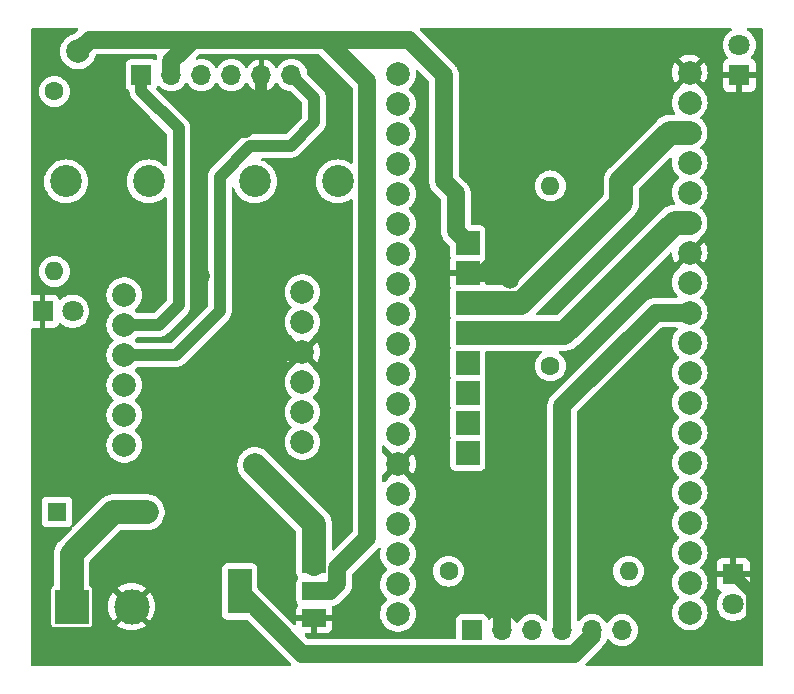
<source format=gbr>
%TF.GenerationSoftware,KiCad,Pcbnew,7.0.2*%
%TF.CreationDate,2023-08-19T23:37:56-03:00*%
%TF.ProjectId,Placa v1.1,506c6163-6120-4763-912e-312e6b696361,rev?*%
%TF.SameCoordinates,Original*%
%TF.FileFunction,Copper,L1,Top*%
%TF.FilePolarity,Positive*%
%FSLAX46Y46*%
G04 Gerber Fmt 4.6, Leading zero omitted, Abs format (unit mm)*
G04 Created by KiCad (PCBNEW 7.0.2) date 2023-08-19 23:37:56*
%MOMM*%
%LPD*%
G01*
G04 APERTURE LIST*
%TA.AperFunction,ComponentPad*%
%ADD10R,1.800000X1.800000*%
%TD*%
%TA.AperFunction,ComponentPad*%
%ADD11C,1.800000*%
%TD*%
%TA.AperFunction,ComponentPad*%
%ADD12C,2.700000*%
%TD*%
%TA.AperFunction,ComponentPad*%
%ADD13R,1.600000X1.600000*%
%TD*%
%TA.AperFunction,ComponentPad*%
%ADD14O,1.600000X1.600000*%
%TD*%
%TA.AperFunction,ComponentPad*%
%ADD15C,1.600000*%
%TD*%
%TA.AperFunction,ComponentPad*%
%ADD16C,2.000000*%
%TD*%
%TA.AperFunction,ComponentPad*%
%ADD17R,1.700000X1.700000*%
%TD*%
%TA.AperFunction,ComponentPad*%
%ADD18O,1.700000X1.700000*%
%TD*%
%TA.AperFunction,SMDPad,CuDef*%
%ADD19R,2.000000X1.500000*%
%TD*%
%TA.AperFunction,SMDPad,CuDef*%
%ADD20R,2.000000X3.800000*%
%TD*%
%TA.AperFunction,ComponentPad*%
%ADD21R,3.000000X3.000000*%
%TD*%
%TA.AperFunction,ComponentPad*%
%ADD22C,3.000000*%
%TD*%
%TA.AperFunction,ComponentPad*%
%ADD23R,2.000000X2.000000*%
%TD*%
%TA.AperFunction,ViaPad*%
%ADD24C,1.500000*%
%TD*%
%TA.AperFunction,ViaPad*%
%ADD25C,2.000000*%
%TD*%
%TA.AperFunction,Conductor*%
%ADD26C,2.000000*%
%TD*%
%TA.AperFunction,Conductor*%
%ADD27C,1.500000*%
%TD*%
%TA.AperFunction,Conductor*%
%ADD28C,1.000000*%
%TD*%
G04 APERTURE END LIST*
D10*
%TO.P,D2,1,K*%
%TO.N,Earth*%
X190000000Y-43000000D03*
D11*
%TO.P,D2,2,A*%
%TO.N,Net-(D2-A)*%
X190000000Y-40460000D03*
%TD*%
D10*
%TO.P,D4,1,K*%
%TO.N,Earth*%
X189489565Y-85273763D03*
D11*
%TO.P,D4,2,A*%
%TO.N,Net-(D4-A)*%
X189489565Y-87813763D03*
%TD*%
D12*
%TO.P,FUS\u00CDVEL,A1,A1*%
%TO.N,7.4V*%
X133000000Y-52000000D03*
%TO.P,FUS\u00CDVEL,A2,A2*%
X140000000Y-52000000D03*
%TO.P,FUS\u00CDVEL,A3,A3*%
X149000000Y-52000000D03*
%TO.P,FUS\u00CDVEL,A4,A4*%
X156000000Y-52000000D03*
%TD*%
D13*
%TO.P,B1,1,1*%
%TO.N,7.4V*%
X132232500Y-80000000D03*
D14*
%TO.P,B1,2,2*%
%TO.N,Net-(J1-Pin_1)*%
X139852500Y-80000000D03*
%TD*%
D15*
%TO.P,R2,1*%
%TO.N,3v3*%
X132000000Y-44380000D03*
D14*
%TO.P,R2,2*%
%TO.N,Net-(D3-A)*%
X132000000Y-59620000D03*
%TD*%
D16*
%TO.P,U3,A0,3V3*%
%TO.N,unconnected-(U3-3V3-PadA0)*%
X161095000Y-42900000D03*
%TO.P,U3,A1,EN*%
%TO.N,unconnected-(U3-EN-PadA1)*%
X161095000Y-45440000D03*
%TO.P,U3,A2,SP*%
%TO.N,unconnected-(U3-SP-PadA2)*%
X161095000Y-47980000D03*
%TO.P,U3,A3,SN*%
%TO.N,unconnected-(U3-SN-PadA3)*%
X161095000Y-50520000D03*
%TO.P,U3,A4,G34*%
%TO.N,unconnected-(U3-G34-PadA4)*%
X161095000Y-53060000D03*
%TO.P,U3,A5,G35*%
%TO.N,unconnected-(U3-G35-PadA5)*%
X161095000Y-55600000D03*
%TO.P,U3,A6,G32*%
%TO.N,IN4*%
X161095000Y-58140000D03*
%TO.P,U3,A7,G33*%
%TO.N,IN3*%
X161095000Y-60680000D03*
%TO.P,U3,A8,G25*%
%TO.N,IN2*%
X161095000Y-63220000D03*
%TO.P,U3,A9,G26*%
%TO.N,IN1*%
X161095000Y-65760000D03*
%TO.P,U3,A10,G27*%
%TO.N,unconnected-(U3-G27-PadA10)*%
X161095000Y-68300000D03*
%TO.P,U3,A11,G14*%
%TO.N,unconnected-(U3-G14-PadA11)*%
X161095000Y-70840000D03*
%TO.P,U3,A12,G12*%
%TO.N,unconnected-(U3-G12-PadA12)*%
X161095000Y-73380000D03*
%TO.P,U3,A13,GND*%
%TO.N,Earth*%
X161095000Y-75920000D03*
%TO.P,U3,A14,G13*%
%TO.N,C2_2*%
X161095000Y-78460000D03*
%TO.P,U3,A15,SD2*%
%TO.N,unconnected-(U3-SD2-PadA15)*%
X161095000Y-81000000D03*
%TO.P,U3,A16,SD3*%
%TO.N,unconnected-(U3-SD3-PadA16)*%
X161095000Y-83540000D03*
%TO.P,U3,A17,CMD*%
%TO.N,unconnected-(U3-CMD-PadA17)*%
X161095000Y-86080000D03*
%TO.P,U3,A18,5V*%
%TO.N,7.4V*%
X161095000Y-88620000D03*
%TO.P,U3,A19,GND*%
%TO.N,Earth*%
X185800000Y-42780000D03*
%TO.P,U3,A20,G23*%
%TO.N,unconnected-(U3-G23-PadA20)*%
X185800000Y-45320000D03*
%TO.P,U3,A21,G22*%
%TO.N,SCL*%
X185800000Y-47860000D03*
%TO.P,U3,A22,TXD*%
%TO.N,unconnected-(U3-TXD-PadA22)*%
X185800000Y-50400000D03*
%TO.P,U3,A23,RXD*%
%TO.N,unconnected-(U3-RXD-PadA23)*%
X185800000Y-52940000D03*
%TO.P,U3,A24,G21*%
%TO.N,SDA*%
X185800000Y-55480000D03*
%TO.P,U3,A25,GND*%
%TO.N,Earth*%
X185800000Y-58020000D03*
%TO.P,U3,A26,G19*%
%TO.N,C2_1*%
X185800000Y-60560000D03*
%TO.P,U3,A27,G18*%
%TO.N,C1_2*%
X185800000Y-63100000D03*
%TO.P,U3,A28,G5*%
%TO.N,C1_1*%
X185800000Y-65640000D03*
%TO.P,U3,A29,G17*%
%TO.N,unconnected-(U3-G17-PadA29)*%
X185800000Y-68180000D03*
%TO.P,U3,A30,G16*%
%TO.N,unconnected-(U3-G16-PadA30)*%
X185800000Y-70720000D03*
%TO.P,U3,A31,G4*%
%TO.N,LED*%
X185800000Y-73260000D03*
%TO.P,U3,A32,G0*%
%TO.N,unconnected-(U3-G0-PadA32)*%
X185800000Y-75800000D03*
%TO.P,U3,A33,G2*%
%TO.N,unconnected-(U3-G2-PadA33)*%
X185800000Y-78340000D03*
%TO.P,U3,A34,G15*%
%TO.N,unconnected-(U3-G15-PadA34)*%
X185800000Y-80880000D03*
%TO.P,U3,A35,SD1*%
%TO.N,unconnected-(U3-SD1-PadA35)*%
X185800000Y-83420000D03*
%TO.P,U3,A36,SD0*%
%TO.N,unconnected-(U3-SD0-PadA36)*%
X185800000Y-85960000D03*
%TO.P,U3,A37,CLK*%
%TO.N,unconnected-(U3-CLK-PadA37)*%
X185800000Y-88500000D03*
%TD*%
D17*
%TO.P,MOTOR2,1,Pin_1*%
%TO.N,SAIDA 4 PONTE H *%
X167380000Y-90000000D03*
D18*
%TO.P,MOTOR2,2,Pin_2*%
%TO.N,Earth*%
X169920000Y-90000000D03*
%TO.P,MOTOR2,3,Pin_3*%
%TO.N,C2_2*%
X172460000Y-90000000D03*
%TO.P,MOTOR2,4,Pin_4*%
%TO.N,C1_2*%
X175000000Y-90000000D03*
%TO.P,MOTOR2,5,Pin_5*%
%TO.N,3v3*%
X177540000Y-90000000D03*
%TO.P,MOTOR2,6,Pin_6*%
%TO.N,SAIDA 3 PONTE H *%
X180080000Y-90000000D03*
%TD*%
D15*
%TO.P,R1,1*%
%TO.N,LED*%
X174000000Y-67620000D03*
D14*
%TO.P,R1,2*%
%TO.N,Net-(D2-A)*%
X174000000Y-52380000D03*
%TD*%
D19*
%TO.P,3V3,1,GND*%
%TO.N,Earth*%
X154000000Y-89000000D03*
%TO.P,3V3,2,VO*%
%TO.N,3v3*%
X154000000Y-86700000D03*
D20*
X147700000Y-86700000D03*
D19*
%TO.P,3V3,3,VI*%
%TO.N,7.4V*%
X154000000Y-84400000D03*
%TD*%
D17*
%TO.P,MOTOR1,1,Pin_1*%
%TO.N,SAIDA 1 PONTE H *%
X139380000Y-43000000D03*
D18*
%TO.P,MOTOR1,2,Pin_2*%
%TO.N,3v3*%
X141920000Y-43000000D03*
%TO.P,MOTOR1,3,Pin_3*%
%TO.N,C1_1*%
X144460000Y-43000000D03*
%TO.P,MOTOR1,4,Pin_4*%
%TO.N,C2_1*%
X147000000Y-43000000D03*
%TO.P,MOTOR1,5,Pin_5*%
%TO.N,Earth*%
X149540000Y-43000000D03*
%TO.P,MOTOR1,6,Pin_6*%
%TO.N,SAIDA 2 PONTE H *%
X152080000Y-43000000D03*
%TD*%
D10*
%TO.P,D3,1,K*%
%TO.N,Earth*%
X131000000Y-63000000D03*
D11*
%TO.P,D3,2,A*%
%TO.N,Net-(D3-A)*%
X133540000Y-63000000D03*
%TD*%
D21*
%TO.P,BATERIA,*%
%TO.N,Net-(J1-Pin_1)*%
X133460000Y-88000000D03*
D22*
%TO.P,BATERIA,2,Pin_2*%
%TO.N,Earth*%
X138540000Y-88000000D03*
%TD*%
D15*
%TO.P,R3,1*%
%TO.N,7.4V*%
X165380000Y-85000000D03*
D14*
%TO.P,R3,2*%
%TO.N,Net-(D4-A)*%
X180620000Y-85000000D03*
%TD*%
D16*
%TO.P,DRV8833,A0,EEP*%
%TO.N,3v3*%
X137920000Y-61620000D03*
%TO.P,DRV8833,A1,OUT1*%
%TO.N,SAIDA 1 PONTE H *%
X137920000Y-64160000D03*
%TO.P,DRV8833,A2,OUT2*%
%TO.N,SAIDA 2 PONTE H *%
X137920000Y-66700000D03*
%TO.P,DRV8833,A3,OUT3*%
%TO.N,SAIDA 4 PONTE H *%
X137920000Y-69240000D03*
%TO.P,DRV8833,A4,OUT4*%
%TO.N,SAIDA 3 PONTE H *%
X137920000Y-71780000D03*
%TO.P,DRV8833,A5,ULT*%
%TO.N,unconnected-(DRV1-ULT-PadA5)*%
X137920000Y-74320000D03*
%TO.P,DRV8833,A6,IN4*%
%TO.N,IN4*%
X153000000Y-61380000D03*
%TO.P,DRV8833,A7,IN3*%
%TO.N,IN3*%
X153000000Y-63920000D03*
%TO.P,DRV8833,A8,GND*%
%TO.N,Earth*%
X153000000Y-66460000D03*
%TO.P,DRV8833,A9,VCC*%
%TO.N,7.4V*%
X153000000Y-69000000D03*
%TO.P,DRV8833,A10,IN2*%
%TO.N,IN2*%
X153000000Y-71540000D03*
%TO.P,DRV8833,A11,IN1*%
%TO.N,IN1*%
X153000000Y-74080000D03*
%TD*%
D23*
%TO.P,MPU6050,A0,VCC*%
%TO.N,3v3*%
X167000000Y-57205000D03*
%TO.P,MPU6050,A1,GND*%
%TO.N,Earth*%
X167000000Y-59745000D03*
%TO.P,MPU6050,A2,SCL*%
%TO.N,SCL*%
X167000000Y-62285000D03*
%TO.P,MPU6050,A3,SDA*%
%TO.N,SDA*%
X167000000Y-64825000D03*
%TO.P,MPU6050,A4,XDA*%
%TO.N,unconnected-(M1-XDA-PadA4)*%
X167000000Y-67365000D03*
%TO.P,MPU6050,A5,XCL*%
%TO.N,unconnected-(M1-XCL-PadA5)*%
X167000000Y-69905000D03*
%TO.P,MPU6050,A6,AD0*%
%TO.N,unconnected-(M1-AD0-PadA6)*%
X167000000Y-72445000D03*
%TO.P,MPU6050,A7,INT*%
%TO.N,unconnected-(M1-INT-PadA7)*%
X167000000Y-74985000D03*
%TD*%
D24*
%TO.N,Earth*%
X170599219Y-60335500D03*
X144000000Y-69000000D03*
X182589354Y-53116603D03*
X144457851Y-60028615D03*
X172287706Y-45197211D03*
X146000000Y-70000000D03*
X179000000Y-78000000D03*
X171000000Y-76000000D03*
X158118883Y-86000000D03*
X190000000Y-54000000D03*
X139000000Y-83000000D03*
X171000000Y-70000000D03*
X180000000Y-80000000D03*
X182524969Y-45841064D03*
X148410389Y-82358365D03*
X171000000Y-73000000D03*
X139356146Y-56670467D03*
X190000000Y-62000000D03*
X155000000Y-77000000D03*
X178000000Y-76000000D03*
X136566117Y-47570677D03*
X190000000Y-72000000D03*
X154446641Y-56683904D03*
X143000000Y-89000000D03*
X168000000Y-86000000D03*
X165000000Y-82000000D03*
X140772623Y-73668186D03*
X149000000Y-55000000D03*
D25*
%TO.N,3v3*%
X134000000Y-41000000D03*
%TO.N,7.4V*%
X149000000Y-76000000D03*
%TD*%
D26*
%TO.N,Net-(J1-Pin_1)*%
X133460000Y-88000000D02*
X133460000Y-83540000D01*
X133460000Y-83540000D02*
X137000000Y-80000000D01*
X137000000Y-80000000D02*
X139852500Y-80000000D01*
D27*
%TO.N,Earth*%
X167399390Y-77550000D02*
X166000000Y-78949390D01*
D28*
X191089565Y-89910435D02*
X189000000Y-92000000D01*
X185000000Y-92000000D02*
X183000000Y-90000000D01*
X183000000Y-90000000D02*
X183000000Y-83000000D01*
X149540000Y-46485306D02*
X148225306Y-47800000D01*
D27*
X169920000Y-84920000D02*
X169920000Y-90000000D01*
D28*
X191089565Y-86873763D02*
X191089565Y-89910435D01*
D27*
X169450000Y-77550000D02*
X167399390Y-77550000D01*
X168360000Y-59745000D02*
X171000000Y-57105000D01*
X171000000Y-76000000D02*
X169450000Y-77550000D01*
X149540000Y-66460000D02*
X146000000Y-70000000D01*
D28*
X183000000Y-83000000D02*
X180000000Y-80000000D01*
X144457851Y-50845093D02*
X144457851Y-60028615D01*
X148225306Y-47800000D02*
X147502944Y-47800000D01*
X189000000Y-92000000D02*
X185000000Y-92000000D01*
X144457851Y-60028615D02*
X144457851Y-60000000D01*
D27*
X171000000Y-46484917D02*
X172287706Y-45197211D01*
D28*
X149540000Y-43000000D02*
X149540000Y-46485306D01*
X189489565Y-85273763D02*
X191089565Y-86873763D01*
D27*
X153000000Y-66460000D02*
X149540000Y-66460000D01*
X167000000Y-59745000D02*
X168360000Y-59745000D01*
X171000000Y-57105000D02*
X171000000Y-46484917D01*
X166000000Y-78949390D02*
X166000000Y-81000000D01*
X166000000Y-81000000D02*
X169920000Y-84920000D01*
D28*
X147502944Y-47800000D02*
X144457851Y-50845093D01*
D27*
%TO.N,3v3*%
X166000000Y-56205000D02*
X166000000Y-53000000D01*
X155950000Y-84750000D02*
X158513533Y-82186467D01*
X155350000Y-86700000D02*
X155950000Y-86100000D01*
X162000000Y-40000000D02*
X155000000Y-40000000D01*
X167000000Y-57205000D02*
X166000000Y-56205000D01*
X158513533Y-43513533D02*
X155000000Y-40000000D01*
X158513533Y-82186467D02*
X158513533Y-43513533D01*
X155950000Y-86100000D02*
X155950000Y-84750000D01*
X153000000Y-92000000D02*
X176000000Y-92000000D01*
X141920000Y-41797919D02*
X141920000Y-43000000D01*
X176000000Y-92000000D02*
X177540000Y-90460000D01*
X154000000Y-86700000D02*
X155350000Y-86700000D01*
X143717919Y-40000000D02*
X141920000Y-41797919D01*
X134000000Y-41000000D02*
X135000000Y-40000000D01*
X155000000Y-40000000D02*
X143717919Y-40000000D01*
X166000000Y-53000000D02*
X165000000Y-52000000D01*
X165000000Y-43000000D02*
X162000000Y-40000000D01*
X165000000Y-52000000D02*
X165000000Y-43000000D01*
X147700000Y-86700000D02*
X153000000Y-92000000D01*
X135000000Y-40000000D02*
X143717919Y-40000000D01*
X177540000Y-90460000D02*
X177540000Y-90000000D01*
D26*
%TO.N,SCL*%
X171510836Y-62285000D02*
X180000000Y-53795836D01*
X180000000Y-53795836D02*
X180000000Y-52000000D01*
X180000000Y-52000000D02*
X184140000Y-47860000D01*
X184140000Y-47860000D02*
X185800000Y-47860000D01*
X167000000Y-62285000D02*
X171510836Y-62285000D01*
%TO.N,SDA*%
X184520000Y-55480000D02*
X185800000Y-55480000D01*
X167000000Y-64825000D02*
X175175000Y-64825000D01*
X175175000Y-64825000D02*
X184520000Y-55480000D01*
D27*
%TO.N,C1_2*%
X182900000Y-63100000D02*
X175000000Y-71000000D01*
X185800000Y-63100000D02*
X182900000Y-63100000D01*
X175000000Y-71000000D02*
X175000000Y-90000000D01*
D28*
%TO.N,SAIDA 1 PONTE H *%
X142515762Y-47515762D02*
X142515762Y-62484238D01*
X142515762Y-62484238D02*
X140840000Y-64160000D01*
X139380000Y-43000000D02*
X139380000Y-44380000D01*
X140840000Y-64160000D02*
X137920000Y-64160000D01*
X139380000Y-44380000D02*
X142515762Y-47515762D01*
%TO.N,SAIDA 2 PONTE H *%
X148596468Y-49000000D02*
X146000000Y-51596468D01*
X154000000Y-47000000D02*
X152000000Y-49000000D01*
X142300000Y-66700000D02*
X137920000Y-66700000D01*
X146000000Y-63000000D02*
X142300000Y-66700000D01*
X154000000Y-44920000D02*
X154000000Y-47000000D01*
X152000000Y-49000000D02*
X148596468Y-49000000D01*
X152080000Y-43000000D02*
X154000000Y-44920000D01*
X146000000Y-51596468D02*
X146000000Y-63000000D01*
D26*
%TO.N,7.4V*%
X154000000Y-81000000D02*
X154000000Y-84400000D01*
X149000000Y-76000000D02*
X154000000Y-81000000D01*
%TD*%
%TA.AperFunction,Conductor*%
%TO.N,Earth*%
G36*
X133998702Y-39020185D02*
G01*
X134044457Y-39072989D01*
X134054401Y-39142147D01*
X134025376Y-39205703D01*
X134019344Y-39212181D01*
X133731345Y-39500179D01*
X133670022Y-39533664D01*
X133664074Y-39534807D01*
X133630383Y-39540429D01*
X133395194Y-39621170D01*
X133176485Y-39739529D01*
X132980259Y-39892259D01*
X132811837Y-40075214D01*
X132675825Y-40283395D01*
X132598360Y-40459999D01*
X132575937Y-40511119D01*
X132514892Y-40752179D01*
X132514891Y-40752183D01*
X132494356Y-41000000D01*
X132514891Y-41247816D01*
X132514891Y-41247819D01*
X132514892Y-41247821D01*
X132575937Y-41488881D01*
X132605549Y-41556389D01*
X132675825Y-41716604D01*
X132675827Y-41716607D01*
X132811836Y-41924785D01*
X132980256Y-42107738D01*
X132980259Y-42107740D01*
X133176485Y-42260470D01*
X133176487Y-42260471D01*
X133176491Y-42260474D01*
X133395190Y-42378828D01*
X133630386Y-42459571D01*
X133875665Y-42500500D01*
X134124335Y-42500500D01*
X134369614Y-42459571D01*
X134604810Y-42378828D01*
X134823509Y-42260474D01*
X135019744Y-42107738D01*
X135188164Y-41924785D01*
X135324173Y-41716607D01*
X135424063Y-41488881D01*
X135460736Y-41344058D01*
X135496276Y-41283904D01*
X135558696Y-41252512D01*
X135580942Y-41250500D01*
X140610798Y-41250500D01*
X140677837Y-41270185D01*
X140723592Y-41322989D01*
X140733536Y-41392147D01*
X140726891Y-41418071D01*
X140709690Y-41463900D01*
X140708910Y-41468201D01*
X140703950Y-41486996D01*
X140702501Y-41491136D01*
X140687304Y-41587085D01*
X140686838Y-41589828D01*
X140678391Y-41636373D01*
X140647052Y-41698820D01*
X140586927Y-41734411D01*
X140517104Y-41731845D01*
X140482075Y-41713499D01*
X140472331Y-41706204D01*
X140337483Y-41655909D01*
X140337483Y-41655908D01*
X140281166Y-41649854D01*
X140281165Y-41649853D01*
X140277873Y-41649500D01*
X140274550Y-41649500D01*
X138485439Y-41649500D01*
X138485420Y-41649500D01*
X138482128Y-41649501D01*
X138478848Y-41649853D01*
X138478840Y-41649854D01*
X138422515Y-41655909D01*
X138287669Y-41706204D01*
X138172454Y-41792454D01*
X138086204Y-41907668D01*
X138035909Y-42042516D01*
X138033639Y-42063634D01*
X138029500Y-42102127D01*
X138029500Y-42105448D01*
X138029500Y-42105449D01*
X138029500Y-43894560D01*
X138029500Y-43894578D01*
X138029501Y-43897872D01*
X138029853Y-43901152D01*
X138029854Y-43901159D01*
X138035909Y-43957484D01*
X138054653Y-44007738D01*
X138086204Y-44092331D01*
X138172454Y-44207546D01*
X138287669Y-44293796D01*
X138297614Y-44297505D01*
X138353549Y-44339374D01*
X138377968Y-44404838D01*
X138378244Y-44416829D01*
X138377242Y-44456361D01*
X138387648Y-44514420D01*
X138388957Y-44523749D01*
X138394926Y-44582438D01*
X138404033Y-44611467D01*
X138407772Y-44626702D01*
X138413141Y-44656652D01*
X138435020Y-44711425D01*
X138438180Y-44720300D01*
X138439150Y-44723393D01*
X138455841Y-44776588D01*
X138470607Y-44803191D01*
X138477337Y-44817364D01*
X138488622Y-44845617D01*
X138521080Y-44894867D01*
X138525961Y-44902923D01*
X138554590Y-44954501D01*
X138574404Y-44977581D01*
X138583856Y-44990116D01*
X138600599Y-45015520D01*
X138642300Y-45057221D01*
X138648705Y-45064132D01*
X138687134Y-45108896D01*
X138711193Y-45127519D01*
X138722972Y-45137893D01*
X140112523Y-46527444D01*
X141478943Y-47893863D01*
X141512428Y-47955186D01*
X141515262Y-47981544D01*
X141515262Y-50598898D01*
X141495577Y-50665937D01*
X141442773Y-50711692D01*
X141373615Y-50721636D01*
X141310059Y-50692611D01*
X141303581Y-50686579D01*
X141214917Y-50597915D01*
X141214917Y-50597914D01*
X141214915Y-50597913D01*
X141108963Y-50518598D01*
X141003009Y-50439282D01*
X140836898Y-50348579D01*
X140770689Y-50312426D01*
X140522678Y-50219923D01*
X140522673Y-50219921D01*
X140264027Y-50163657D01*
X140000000Y-50144772D01*
X139735972Y-50163657D01*
X139477326Y-50219921D01*
X139353316Y-50266174D01*
X139229311Y-50312426D01*
X139229308Y-50312427D01*
X139229307Y-50312428D01*
X138996990Y-50439282D01*
X138785082Y-50597915D01*
X138597915Y-50785082D01*
X138439282Y-50996990D01*
X138324381Y-51207417D01*
X138312426Y-51229311D01*
X138266225Y-51353181D01*
X138219921Y-51477326D01*
X138163657Y-51735972D01*
X138144772Y-52000000D01*
X138163657Y-52264027D01*
X138219921Y-52522673D01*
X138219923Y-52522678D01*
X138312426Y-52770689D01*
X138340742Y-52822545D01*
X138439282Y-53003009D01*
X138489599Y-53070224D01*
X138597913Y-53214915D01*
X138785085Y-53402087D01*
X138902660Y-53490102D01*
X138996990Y-53560717D01*
X139012773Y-53569335D01*
X139229311Y-53687574D01*
X139477322Y-53780077D01*
X139477325Y-53780077D01*
X139477326Y-53780078D01*
X139512314Y-53787689D01*
X139735974Y-53836343D01*
X140000000Y-53855227D01*
X140264026Y-53836343D01*
X140522678Y-53780077D01*
X140770689Y-53687574D01*
X141003011Y-53560716D01*
X141214915Y-53402087D01*
X141303581Y-53313420D01*
X141364904Y-53279936D01*
X141434596Y-53284920D01*
X141490529Y-53326792D01*
X141514946Y-53392256D01*
X141515262Y-53401102D01*
X141515262Y-62018455D01*
X141495577Y-62085494D01*
X141478943Y-62106136D01*
X140461899Y-63123181D01*
X140400576Y-63156666D01*
X140374218Y-63159500D01*
X139092855Y-63159500D01*
X139025816Y-63139815D01*
X139001625Y-63119483D01*
X138939743Y-63052261D01*
X138856991Y-62987852D01*
X138816178Y-62931141D01*
X138812505Y-62861368D01*
X138847136Y-62800685D01*
X138856974Y-62792160D01*
X138939744Y-62727738D01*
X139108164Y-62544785D01*
X139244173Y-62336607D01*
X139344063Y-62108881D01*
X139405108Y-61867821D01*
X139425643Y-61620000D01*
X139405108Y-61372179D01*
X139344063Y-61131119D01*
X139253856Y-60925468D01*
X139244174Y-60903395D01*
X139236154Y-60891119D01*
X139108164Y-60695215D01*
X138939744Y-60512262D01*
X138836859Y-60432183D01*
X138743514Y-60359529D01*
X138743510Y-60359526D01*
X138743509Y-60359526D01*
X138524810Y-60241172D01*
X138524806Y-60241170D01*
X138524805Y-60241170D01*
X138289615Y-60160429D01*
X138044335Y-60119500D01*
X137795665Y-60119500D01*
X137550384Y-60160429D01*
X137315194Y-60241170D01*
X137315190Y-60241171D01*
X137315190Y-60241172D01*
X137257746Y-60272259D01*
X137096485Y-60359529D01*
X136900259Y-60512259D01*
X136731837Y-60695214D01*
X136595825Y-60903395D01*
X136505780Y-61108678D01*
X136495937Y-61131119D01*
X136469926Y-61233833D01*
X136434891Y-61372183D01*
X136414356Y-61620000D01*
X136434891Y-61867816D01*
X136434891Y-61867819D01*
X136434892Y-61867821D01*
X136495937Y-62108881D01*
X136525034Y-62175215D01*
X136595825Y-62336604D01*
X136595827Y-62336607D01*
X136731836Y-62544785D01*
X136855050Y-62678631D01*
X136900256Y-62727738D01*
X136983008Y-62792147D01*
X137023821Y-62848858D01*
X137027494Y-62918631D01*
X136992863Y-62979314D01*
X136983008Y-62987853D01*
X136900256Y-63052261D01*
X136764627Y-63199594D01*
X136731836Y-63235215D01*
X136720863Y-63252011D01*
X136595825Y-63443395D01*
X136527864Y-63598332D01*
X136495937Y-63671119D01*
X136469926Y-63773833D01*
X136434891Y-63912183D01*
X136414356Y-64160000D01*
X136434891Y-64407816D01*
X136434891Y-64407819D01*
X136434892Y-64407821D01*
X136495937Y-64648881D01*
X136525034Y-64715215D01*
X136595825Y-64876604D01*
X136595827Y-64876607D01*
X136731836Y-65084785D01*
X136819924Y-65180474D01*
X136900256Y-65267738D01*
X136983008Y-65332147D01*
X137023821Y-65388858D01*
X137027494Y-65458631D01*
X136992863Y-65519314D01*
X136983008Y-65527853D01*
X136900256Y-65592261D01*
X136731837Y-65775214D01*
X136595825Y-65983395D01*
X136530484Y-66132359D01*
X136495937Y-66211119D01*
X136464134Y-66336706D01*
X136434891Y-66452183D01*
X136414356Y-66699999D01*
X136434891Y-66947816D01*
X136434891Y-66947819D01*
X136434892Y-66947821D01*
X136495937Y-67188881D01*
X136525034Y-67255215D01*
X136595825Y-67416604D01*
X136595827Y-67416607D01*
X136731836Y-67624785D01*
X136838375Y-67740517D01*
X136900256Y-67807738D01*
X136983008Y-67872147D01*
X137023821Y-67928858D01*
X137027494Y-67998631D01*
X136992863Y-68059314D01*
X136983008Y-68067853D01*
X136900256Y-68132261D01*
X136731837Y-68315214D01*
X136595825Y-68523395D01*
X136527864Y-68678332D01*
X136495937Y-68751119D01*
X136468251Y-68860449D01*
X136434891Y-68992183D01*
X136414356Y-69240000D01*
X136434891Y-69487816D01*
X136434891Y-69487819D01*
X136434892Y-69487821D01*
X136495937Y-69728881D01*
X136525034Y-69795215D01*
X136595825Y-69956604D01*
X136595827Y-69956607D01*
X136731836Y-70164785D01*
X136842484Y-70284981D01*
X136900256Y-70347738D01*
X136983008Y-70412147D01*
X137023821Y-70468858D01*
X137027494Y-70538631D01*
X136992863Y-70599314D01*
X136983008Y-70607853D01*
X136900256Y-70672261D01*
X136792638Y-70789166D01*
X136731836Y-70855215D01*
X136695242Y-70911227D01*
X136595825Y-71063395D01*
X136527864Y-71218332D01*
X136495937Y-71291119D01*
X136442459Y-71502297D01*
X136434891Y-71532183D01*
X136414356Y-71780000D01*
X136434891Y-72027816D01*
X136434891Y-72027819D01*
X136434892Y-72027821D01*
X136495937Y-72268881D01*
X136525034Y-72335215D01*
X136595825Y-72496604D01*
X136595827Y-72496607D01*
X136731836Y-72704785D01*
X136855050Y-72838631D01*
X136900256Y-72887738D01*
X136983008Y-72952147D01*
X137023821Y-73008858D01*
X137027494Y-73078631D01*
X136992863Y-73139314D01*
X136983008Y-73147853D01*
X136900256Y-73212261D01*
X136731837Y-73395214D01*
X136595825Y-73603395D01*
X136527864Y-73758332D01*
X136495937Y-73831119D01*
X136468251Y-73940449D01*
X136434891Y-74072183D01*
X136414356Y-74320000D01*
X136434891Y-74567816D01*
X136434891Y-74567819D01*
X136434892Y-74567821D01*
X136495937Y-74808881D01*
X136525034Y-74875215D01*
X136595825Y-75036604D01*
X136595827Y-75036607D01*
X136731836Y-75244785D01*
X136900256Y-75427738D01*
X136940202Y-75458829D01*
X137096485Y-75580470D01*
X137096487Y-75580471D01*
X137096491Y-75580474D01*
X137315190Y-75698828D01*
X137550386Y-75779571D01*
X137795665Y-75820500D01*
X138044335Y-75820500D01*
X138289614Y-75779571D01*
X138524810Y-75698828D01*
X138743509Y-75580474D01*
X138939744Y-75427738D01*
X139108164Y-75244785D01*
X139244173Y-75036607D01*
X139344063Y-74808881D01*
X139405108Y-74567821D01*
X139425643Y-74320000D01*
X139405756Y-74080000D01*
X151494356Y-74080000D01*
X151514891Y-74327816D01*
X151514891Y-74327819D01*
X151514892Y-74327821D01*
X151575937Y-74568881D01*
X151601805Y-74627853D01*
X151675825Y-74796604D01*
X151675827Y-74796607D01*
X151811836Y-75004785D01*
X151980256Y-75187738D01*
X151980259Y-75187740D01*
X152176485Y-75340470D01*
X152176487Y-75340471D01*
X152176491Y-75340474D01*
X152395190Y-75458828D01*
X152630386Y-75539571D01*
X152875665Y-75580500D01*
X153124335Y-75580500D01*
X153369614Y-75539571D01*
X153604810Y-75458828D01*
X153823509Y-75340474D01*
X154019744Y-75187738D01*
X154188164Y-75004785D01*
X154324173Y-74796607D01*
X154424063Y-74568881D01*
X154485108Y-74327821D01*
X154505643Y-74080000D01*
X154485108Y-73832179D01*
X154424063Y-73591119D01*
X154324173Y-73363393D01*
X154188164Y-73155215D01*
X154019744Y-72972262D01*
X153993900Y-72952147D01*
X153936992Y-72907853D01*
X153896179Y-72851143D01*
X153892504Y-72781370D01*
X153927136Y-72720687D01*
X153936992Y-72712147D01*
X153961256Y-72693260D01*
X154019744Y-72647738D01*
X154188164Y-72464785D01*
X154324173Y-72256607D01*
X154424063Y-72028881D01*
X154485108Y-71787821D01*
X154505643Y-71540000D01*
X154485108Y-71292179D01*
X154424063Y-71051119D01*
X154324173Y-70823393D01*
X154188164Y-70615215D01*
X154019744Y-70432262D01*
X153939095Y-70369490D01*
X153936992Y-70367853D01*
X153896179Y-70311143D01*
X153892504Y-70241370D01*
X153927136Y-70180687D01*
X153936992Y-70172147D01*
X153967409Y-70148472D01*
X154019744Y-70107738D01*
X154188164Y-69924785D01*
X154324173Y-69716607D01*
X154424063Y-69488881D01*
X154485108Y-69247821D01*
X154505643Y-69000000D01*
X154485108Y-68752179D01*
X154424063Y-68511119D01*
X154324173Y-68283393D01*
X154188164Y-68075215D01*
X154019744Y-67892262D01*
X153916253Y-67811712D01*
X153875442Y-67755003D01*
X153868655Y-67706176D01*
X153870056Y-67683609D01*
X153044400Y-66857953D01*
X153125148Y-66845165D01*
X153238045Y-66787641D01*
X153327641Y-66698045D01*
X153385165Y-66585148D01*
X153397953Y-66504401D01*
X154223434Y-67329882D01*
X154323730Y-67176369D01*
X154423586Y-66948721D01*
X154484613Y-66707732D01*
X154505141Y-66460000D01*
X154484613Y-66212267D01*
X154423586Y-65971278D01*
X154323730Y-65743630D01*
X154223434Y-65590116D01*
X153397953Y-66415598D01*
X153385165Y-66334852D01*
X153327641Y-66221955D01*
X153238045Y-66132359D01*
X153125148Y-66074835D01*
X153044401Y-66062046D01*
X153870056Y-65236390D01*
X153868655Y-65213825D01*
X153884147Y-65145694D01*
X153916250Y-65108290D01*
X154019744Y-65027738D01*
X154188164Y-64844785D01*
X154324173Y-64636607D01*
X154424063Y-64408881D01*
X154485108Y-64167821D01*
X154505643Y-63920000D01*
X154485108Y-63672179D01*
X154424063Y-63431119D01*
X154324173Y-63203393D01*
X154188164Y-62995215D01*
X154019744Y-62812262D01*
X153963776Y-62768700D01*
X153936992Y-62747853D01*
X153896179Y-62691143D01*
X153892504Y-62621370D01*
X153927136Y-62560687D01*
X153936992Y-62552147D01*
X153961256Y-62533260D01*
X154019744Y-62487738D01*
X154188164Y-62304785D01*
X154324173Y-62096607D01*
X154424063Y-61868881D01*
X154485108Y-61627821D01*
X154505643Y-61380000D01*
X154485108Y-61132179D01*
X154424063Y-60891119D01*
X154324173Y-60663393D01*
X154188164Y-60455215D01*
X154019744Y-60272262D01*
X153915492Y-60191119D01*
X153823514Y-60119529D01*
X153823510Y-60119526D01*
X153823509Y-60119526D01*
X153604810Y-60001172D01*
X153604806Y-60001170D01*
X153604805Y-60001170D01*
X153369615Y-59920429D01*
X153124335Y-59879500D01*
X152875665Y-59879500D01*
X152630384Y-59920429D01*
X152395194Y-60001170D01*
X152176485Y-60119529D01*
X151980259Y-60272259D01*
X151980256Y-60272261D01*
X151980256Y-60272262D01*
X151811836Y-60455215D01*
X151766499Y-60524607D01*
X151675825Y-60663395D01*
X151622704Y-60784500D01*
X151575937Y-60891119D01*
X151538072Y-61040643D01*
X151514891Y-61132183D01*
X151494356Y-61380000D01*
X151514891Y-61627816D01*
X151514891Y-61627819D01*
X151514892Y-61627821D01*
X151575937Y-61868881D01*
X151600336Y-61924505D01*
X151675825Y-62096604D01*
X151675827Y-62096607D01*
X151811836Y-62304785D01*
X151953582Y-62458762D01*
X151980256Y-62487738D01*
X152063008Y-62552147D01*
X152103821Y-62608858D01*
X152107494Y-62678631D01*
X152072863Y-62739314D01*
X152063008Y-62747853D01*
X151980256Y-62812261D01*
X151838738Y-62965992D01*
X151811836Y-62995215D01*
X151766499Y-63064607D01*
X151675825Y-63203395D01*
X151622704Y-63324500D01*
X151575937Y-63431119D01*
X151537559Y-63582669D01*
X151514891Y-63672183D01*
X151494356Y-63920000D01*
X151514891Y-64167816D01*
X151514891Y-64167819D01*
X151514892Y-64167821D01*
X151575937Y-64408881D01*
X151593472Y-64448856D01*
X151675825Y-64636604D01*
X151675827Y-64636607D01*
X151811836Y-64844785D01*
X151967640Y-65014033D01*
X151980256Y-65027738D01*
X152083744Y-65108286D01*
X152124557Y-65164996D01*
X152131343Y-65213823D01*
X152129941Y-65236389D01*
X152955599Y-66062046D01*
X152874852Y-66074835D01*
X152761955Y-66132359D01*
X152672359Y-66221955D01*
X152614835Y-66334852D01*
X152602046Y-66415598D01*
X151776564Y-65590116D01*
X151676266Y-65743634D01*
X151576413Y-65971278D01*
X151515386Y-66212267D01*
X151494858Y-66460000D01*
X151515386Y-66707732D01*
X151576413Y-66948721D01*
X151676268Y-67176370D01*
X151776563Y-67329882D01*
X151776564Y-67329882D01*
X152602046Y-66504400D01*
X152614835Y-66585148D01*
X152672359Y-66698045D01*
X152761955Y-66787641D01*
X152874852Y-66845165D01*
X152955599Y-66857953D01*
X152129942Y-67683610D01*
X152131343Y-67706178D01*
X152115850Y-67774308D01*
X152083744Y-67811714D01*
X151980256Y-67892261D01*
X151882336Y-67998631D01*
X151811836Y-68075215D01*
X151766499Y-68144607D01*
X151675825Y-68283395D01*
X151598737Y-68459140D01*
X151575937Y-68511119D01*
X151515300Y-68750567D01*
X151514891Y-68752183D01*
X151494356Y-68999999D01*
X151514891Y-69247816D01*
X151514891Y-69247819D01*
X151514892Y-69247821D01*
X151575937Y-69488881D01*
X151593473Y-69528858D01*
X151675825Y-69716604D01*
X151675827Y-69716607D01*
X151811836Y-69924785D01*
X151941934Y-70066109D01*
X151980256Y-70107738D01*
X152063008Y-70172147D01*
X152103821Y-70228858D01*
X152107494Y-70298631D01*
X152072863Y-70359314D01*
X152063008Y-70367853D01*
X151980256Y-70432261D01*
X151882336Y-70538631D01*
X151811836Y-70615215D01*
X151769592Y-70679875D01*
X151675825Y-70823395D01*
X151617590Y-70956159D01*
X151575937Y-71051119D01*
X151515161Y-71291117D01*
X151514891Y-71292183D01*
X151494356Y-71540000D01*
X151514891Y-71787816D01*
X151514891Y-71787819D01*
X151514892Y-71787821D01*
X151575937Y-72028881D01*
X151593473Y-72068858D01*
X151675825Y-72256604D01*
X151675827Y-72256607D01*
X151811836Y-72464785D01*
X151884200Y-72543393D01*
X151980256Y-72647738D01*
X152063008Y-72712147D01*
X152103821Y-72768858D01*
X152107494Y-72838631D01*
X152072863Y-72899314D01*
X152063008Y-72907853D01*
X151980256Y-72972261D01*
X151882336Y-73078631D01*
X151811836Y-73155215D01*
X151766499Y-73224607D01*
X151675825Y-73363395D01*
X151617590Y-73496159D01*
X151575937Y-73591119D01*
X151515161Y-73831117D01*
X151514891Y-73832183D01*
X151494356Y-74080000D01*
X139405756Y-74080000D01*
X139405108Y-74072179D01*
X139344063Y-73831119D01*
X139244173Y-73603393D01*
X139108164Y-73395215D01*
X138939744Y-73212262D01*
X138923437Y-73199570D01*
X138856992Y-73147853D01*
X138816179Y-73091143D01*
X138812504Y-73021370D01*
X138847136Y-72960687D01*
X138856992Y-72952147D01*
X138881256Y-72933260D01*
X138939744Y-72887738D01*
X139108164Y-72704785D01*
X139244173Y-72496607D01*
X139344063Y-72268881D01*
X139405108Y-72027821D01*
X139425643Y-71780000D01*
X139405108Y-71532179D01*
X139344063Y-71291119D01*
X139244173Y-71063393D01*
X139108164Y-70855215D01*
X138939744Y-70672262D01*
X138923437Y-70659570D01*
X138856992Y-70607853D01*
X138816179Y-70551143D01*
X138812504Y-70481370D01*
X138847136Y-70420687D01*
X138856992Y-70412147D01*
X138881256Y-70393260D01*
X138939744Y-70347738D01*
X139108164Y-70164785D01*
X139244173Y-69956607D01*
X139344063Y-69728881D01*
X139405108Y-69487821D01*
X139425643Y-69240000D01*
X139405108Y-68992179D01*
X139344063Y-68751119D01*
X139244173Y-68523393D01*
X139108164Y-68315215D01*
X138939744Y-68132262D01*
X138923437Y-68119570D01*
X138856992Y-68067853D01*
X138816179Y-68011143D01*
X138812504Y-67941370D01*
X138847136Y-67880687D01*
X138856992Y-67872147D01*
X138889700Y-67846689D01*
X138939744Y-67807738D01*
X139001624Y-67740517D01*
X139061512Y-67704527D01*
X139092855Y-67700500D01*
X142285721Y-67700500D01*
X142288862Y-67700539D01*
X142376363Y-67702757D01*
X142434432Y-67692348D01*
X142443736Y-67691043D01*
X142502438Y-67685074D01*
X142531467Y-67675965D01*
X142546700Y-67672226D01*
X142576653Y-67666858D01*
X142631426Y-67644978D01*
X142640301Y-67641819D01*
X142657675Y-67636367D01*
X142696588Y-67624159D01*
X142723194Y-67609390D01*
X142737362Y-67602662D01*
X142765617Y-67591377D01*
X142814879Y-67558909D01*
X142822910Y-67554043D01*
X142874502Y-67525409D01*
X142897587Y-67505589D01*
X142910114Y-67496144D01*
X142935519Y-67479402D01*
X142977251Y-67437668D01*
X142984123Y-67431300D01*
X143028895Y-67392866D01*
X143047524Y-67368798D01*
X143057883Y-67357036D01*
X146697405Y-63717514D01*
X146699559Y-63715413D01*
X146763053Y-63655059D01*
X146796759Y-63606630D01*
X146802428Y-63599113D01*
X146803065Y-63598332D01*
X146839698Y-63553407D01*
X146853783Y-63526439D01*
X146861918Y-63513015D01*
X146868373Y-63503740D01*
X146879295Y-63488049D01*
X146902568Y-63433815D01*
X146906588Y-63425350D01*
X146933909Y-63373049D01*
X146942275Y-63343808D01*
X146947539Y-63329019D01*
X146959540Y-63301058D01*
X146971417Y-63243256D01*
X146973652Y-63234148D01*
X146989886Y-63177418D01*
X146992196Y-63147078D01*
X146994376Y-63131540D01*
X147000500Y-63101742D01*
X147000500Y-63042754D01*
X147000858Y-63033339D01*
X147003114Y-63003709D01*
X147005337Y-62974524D01*
X147001493Y-62944339D01*
X147000500Y-62928676D01*
X147000500Y-52621667D01*
X147020185Y-52554628D01*
X147072989Y-52508873D01*
X147142147Y-52498929D01*
X147205703Y-52527954D01*
X147240681Y-52578332D01*
X147294891Y-52723676D01*
X147312426Y-52770689D01*
X147439282Y-53003009D01*
X147489599Y-53070224D01*
X147597913Y-53214915D01*
X147785085Y-53402087D01*
X147902660Y-53490102D01*
X147996990Y-53560717D01*
X148012773Y-53569335D01*
X148229311Y-53687574D01*
X148477322Y-53780077D01*
X148477325Y-53780077D01*
X148477326Y-53780078D01*
X148512314Y-53787689D01*
X148735974Y-53836343D01*
X148979660Y-53853772D01*
X148999999Y-53855227D01*
X148999999Y-53855226D01*
X149000000Y-53855227D01*
X149264026Y-53836343D01*
X149522678Y-53780077D01*
X149770689Y-53687574D01*
X150003011Y-53560716D01*
X150214915Y-53402087D01*
X150402087Y-53214915D01*
X150560716Y-53003011D01*
X150687574Y-52770689D01*
X150780077Y-52522678D01*
X150836343Y-52264026D01*
X150855227Y-52000000D01*
X150836343Y-51735974D01*
X150783863Y-51494726D01*
X150780078Y-51477326D01*
X150780077Y-51477322D01*
X150687574Y-51229311D01*
X150600602Y-51070034D01*
X150560717Y-50996990D01*
X150515262Y-50936269D01*
X150402087Y-50785085D01*
X150214915Y-50597913D01*
X150108963Y-50518598D01*
X150003009Y-50439282D01*
X149886850Y-50375855D01*
X149770689Y-50312426D01*
X149578332Y-50240681D01*
X149522401Y-50198810D01*
X149497984Y-50133346D01*
X149512836Y-50065073D01*
X149562241Y-50015668D01*
X149621668Y-50000500D01*
X151985721Y-50000500D01*
X151988862Y-50000539D01*
X152076363Y-50002757D01*
X152134432Y-49992348D01*
X152143736Y-49991043D01*
X152202438Y-49985074D01*
X152231467Y-49975965D01*
X152246700Y-49972226D01*
X152276653Y-49966858D01*
X152331426Y-49944978D01*
X152340301Y-49941819D01*
X152357675Y-49936367D01*
X152396588Y-49924159D01*
X152423194Y-49909390D01*
X152437362Y-49902662D01*
X152465617Y-49891377D01*
X152514879Y-49858909D01*
X152522910Y-49854043D01*
X152574502Y-49825409D01*
X152597587Y-49805589D01*
X152610114Y-49796144D01*
X152635519Y-49779402D01*
X152677251Y-49737668D01*
X152684123Y-49731300D01*
X152728895Y-49692866D01*
X152747524Y-49668798D01*
X152757883Y-49657036D01*
X154697390Y-47717528D01*
X154699560Y-47715412D01*
X154763053Y-47655059D01*
X154796759Y-47606630D01*
X154802428Y-47599113D01*
X154839698Y-47553407D01*
X154853783Y-47526439D01*
X154861918Y-47513015D01*
X154877158Y-47491119D01*
X154879295Y-47488049D01*
X154902568Y-47433815D01*
X154906588Y-47425350D01*
X154933909Y-47373049D01*
X154934462Y-47371118D01*
X154942275Y-47343808D01*
X154947539Y-47329019D01*
X154959540Y-47301058D01*
X154971417Y-47243256D01*
X154973652Y-47234148D01*
X154989886Y-47177418D01*
X154992196Y-47147078D01*
X154994376Y-47131540D01*
X155000500Y-47101742D01*
X155000500Y-47042754D01*
X155000858Y-47033339D01*
X155005337Y-46974524D01*
X155001493Y-46944339D01*
X155000500Y-46928676D01*
X155000500Y-44934260D01*
X155000540Y-44931118D01*
X155002757Y-44843638D01*
X154992350Y-44785574D01*
X154991041Y-44776242D01*
X154985074Y-44717562D01*
X154975962Y-44688520D01*
X154972226Y-44673297D01*
X154966858Y-44643347D01*
X154950899Y-44603395D01*
X154944976Y-44588566D01*
X154941816Y-44579689D01*
X154924159Y-44523412D01*
X154909395Y-44496812D01*
X154902660Y-44482631D01*
X154897786Y-44470428D01*
X154891377Y-44454383D01*
X154858917Y-44405131D01*
X154854036Y-44397074D01*
X154844559Y-44380000D01*
X154825409Y-44345498D01*
X154805582Y-44322403D01*
X154796146Y-44309888D01*
X154779402Y-44284481D01*
X154779400Y-44284479D01*
X154779399Y-44284477D01*
X154737693Y-44242772D01*
X154731287Y-44235860D01*
X154692864Y-44191102D01*
X154668804Y-44172478D01*
X154657026Y-44162105D01*
X153461890Y-42966969D01*
X153428405Y-42905646D01*
X153426043Y-42890095D01*
X153424246Y-42869560D01*
X153415063Y-42764592D01*
X153353903Y-42536337D01*
X153254035Y-42322171D01*
X153118495Y-42128599D01*
X152951401Y-41961505D01*
X152757830Y-41825965D01*
X152543663Y-41726097D01*
X152482501Y-41709709D01*
X152315407Y-41664936D01*
X152079999Y-41644340D01*
X151844592Y-41664936D01*
X151616336Y-41726097D01*
X151402170Y-41825965D01*
X151208598Y-41961505D01*
X151041508Y-42128595D01*
X151041505Y-42128598D01*
X151041505Y-42128599D01*
X150949168Y-42260470D01*
X150911269Y-42314596D01*
X150856692Y-42358220D01*
X150787193Y-42365413D01*
X150724839Y-42333891D01*
X150708119Y-42314595D01*
X150578109Y-42128921D01*
X150411081Y-41961893D01*
X150217576Y-41826399D01*
X150003492Y-41726569D01*
X149790000Y-41669364D01*
X149790000Y-42564498D01*
X149682315Y-42515320D01*
X149575763Y-42500000D01*
X149504237Y-42500000D01*
X149397685Y-42515320D01*
X149290000Y-42564498D01*
X149290000Y-41669364D01*
X149289999Y-41669364D01*
X149076507Y-41726569D01*
X148862421Y-41826400D01*
X148668921Y-41961890D01*
X148501893Y-42128918D01*
X148371880Y-42314596D01*
X148317303Y-42358220D01*
X148247804Y-42365413D01*
X148185450Y-42333891D01*
X148168730Y-42314595D01*
X148168425Y-42314159D01*
X148038495Y-42128599D01*
X147871401Y-41961505D01*
X147677830Y-41825965D01*
X147463663Y-41726097D01*
X147402502Y-41709709D01*
X147235407Y-41664936D01*
X147000000Y-41644340D01*
X146764592Y-41664936D01*
X146536336Y-41726097D01*
X146322170Y-41825965D01*
X146128598Y-41961505D01*
X145961505Y-42128598D01*
X145831575Y-42314159D01*
X145776998Y-42357784D01*
X145707500Y-42364978D01*
X145645145Y-42333455D01*
X145628425Y-42314159D01*
X145590832Y-42260470D01*
X145498495Y-42128599D01*
X145331401Y-41961505D01*
X145137830Y-41825965D01*
X144923663Y-41726097D01*
X144862502Y-41709709D01*
X144695407Y-41664936D01*
X144459999Y-41644340D01*
X144224591Y-41664936D01*
X144120903Y-41692719D01*
X144051053Y-41691056D01*
X143993191Y-41651893D01*
X143965687Y-41587664D01*
X143977274Y-41518762D01*
X144001126Y-41485266D01*
X144199574Y-41286818D01*
X144260897Y-41253334D01*
X144287255Y-41250500D01*
X154430664Y-41250500D01*
X154497703Y-41270185D01*
X154518345Y-41286819D01*
X157226714Y-43995187D01*
X157260199Y-44056510D01*
X157263033Y-44082868D01*
X157263033Y-50386213D01*
X157243348Y-50453252D01*
X157190544Y-50499007D01*
X157121386Y-50508951D01*
X157064723Y-50485480D01*
X157003012Y-50439284D01*
X156863288Y-50362989D01*
X156770689Y-50312426D01*
X156522678Y-50219923D01*
X156522673Y-50219921D01*
X156264027Y-50163657D01*
X156000000Y-50144772D01*
X155735972Y-50163657D01*
X155477326Y-50219921D01*
X155353316Y-50266174D01*
X155229311Y-50312426D01*
X155229308Y-50312427D01*
X155229307Y-50312428D01*
X154996990Y-50439282D01*
X154785082Y-50597915D01*
X154597915Y-50785082D01*
X154439282Y-50996990D01*
X154324381Y-51207417D01*
X154312426Y-51229311D01*
X154266225Y-51353181D01*
X154219921Y-51477326D01*
X154163657Y-51735972D01*
X154144772Y-52000000D01*
X154163657Y-52264027D01*
X154219921Y-52522673D01*
X154219923Y-52522678D01*
X154312426Y-52770689D01*
X154340742Y-52822545D01*
X154439282Y-53003009D01*
X154489599Y-53070224D01*
X154597913Y-53214915D01*
X154785085Y-53402087D01*
X154902660Y-53490102D01*
X154996990Y-53560717D01*
X155012773Y-53569335D01*
X155229311Y-53687574D01*
X155477322Y-53780077D01*
X155477325Y-53780077D01*
X155477326Y-53780078D01*
X155512314Y-53787689D01*
X155735974Y-53836343D01*
X156000000Y-53855227D01*
X156264026Y-53836343D01*
X156522678Y-53780077D01*
X156770689Y-53687574D01*
X157003011Y-53560716D01*
X157064724Y-53514518D01*
X157130186Y-53490102D01*
X157198459Y-53504953D01*
X157247865Y-53554358D01*
X157263033Y-53613786D01*
X157263033Y-81617131D01*
X157243348Y-81684170D01*
X157226714Y-81704812D01*
X155712181Y-83219345D01*
X155650858Y-83252830D01*
X155581166Y-83247846D01*
X155525233Y-83205974D01*
X155500816Y-83140510D01*
X155500500Y-83131664D01*
X155500500Y-81100864D01*
X155501452Y-81085526D01*
X155504357Y-81062219D01*
X155500606Y-80971527D01*
X155500500Y-80966402D01*
X155500500Y-80940501D01*
X155500500Y-80937933D01*
X155498148Y-80909557D01*
X155497831Y-80904449D01*
X155495491Y-80847873D01*
X155494081Y-80813763D01*
X155489262Y-80790781D01*
X155487047Y-80775573D01*
X155485108Y-80752184D01*
X155485108Y-80752183D01*
X155485108Y-80752179D01*
X155462827Y-80664193D01*
X155461675Y-80659213D01*
X155443050Y-80570386D01*
X155434514Y-80548511D01*
X155429825Y-80533876D01*
X155424063Y-80511119D01*
X155387596Y-80427985D01*
X155385657Y-80423302D01*
X155352656Y-80338727D01*
X155340633Y-80318549D01*
X155333609Y-80304906D01*
X155324173Y-80283393D01*
X155274529Y-80207407D01*
X155271827Y-80203078D01*
X155225366Y-80125106D01*
X155210187Y-80107184D01*
X155201006Y-80094873D01*
X155188164Y-80075215D01*
X155126694Y-80008441D01*
X155123301Y-80004598D01*
X155106567Y-79984839D01*
X155106557Y-79984828D01*
X155104902Y-79982874D01*
X155084771Y-79962743D01*
X155081222Y-79959045D01*
X155019743Y-79892261D01*
X155001211Y-79877837D01*
X154989693Y-79867665D01*
X150084771Y-74962743D01*
X150081222Y-74959045D01*
X150019743Y-74892261D01*
X149948120Y-74836514D01*
X149944162Y-74833300D01*
X149874894Y-74774634D01*
X149854723Y-74762614D01*
X149842039Y-74753947D01*
X149823511Y-74739527D01*
X149743699Y-74696335D01*
X149739242Y-74693803D01*
X149691888Y-74665586D01*
X149661274Y-74647344D01*
X149661272Y-74647343D01*
X149661270Y-74647342D01*
X149639401Y-74638808D01*
X149625465Y-74632349D01*
X149604810Y-74621172D01*
X149518958Y-74591698D01*
X149514149Y-74589935D01*
X149429612Y-74556950D01*
X149406645Y-74552134D01*
X149391836Y-74548056D01*
X149369619Y-74540429D01*
X149280093Y-74525490D01*
X149275057Y-74524542D01*
X149186237Y-74505919D01*
X149162768Y-74504948D01*
X149147487Y-74503363D01*
X149124335Y-74499500D01*
X149033596Y-74499500D01*
X149028473Y-74499394D01*
X149024701Y-74499238D01*
X148937780Y-74495642D01*
X148914473Y-74498548D01*
X148899135Y-74499500D01*
X148875664Y-74499500D01*
X148786169Y-74514433D01*
X148781100Y-74515172D01*
X148691018Y-74526401D01*
X148668513Y-74533101D01*
X148653545Y-74536563D01*
X148630388Y-74540427D01*
X148544565Y-74569891D01*
X148539685Y-74571454D01*
X148452688Y-74597355D01*
X148431585Y-74607671D01*
X148417393Y-74613549D01*
X148395190Y-74621171D01*
X148315369Y-74664368D01*
X148310813Y-74666713D01*
X148229280Y-74706572D01*
X148210167Y-74720218D01*
X148197140Y-74728351D01*
X148176487Y-74739528D01*
X148104873Y-74795266D01*
X148100769Y-74798326D01*
X148026907Y-74851065D01*
X148010304Y-74867667D01*
X147998794Y-74877831D01*
X147980254Y-74892262D01*
X147918787Y-74959032D01*
X147915242Y-74962727D01*
X147851068Y-75026903D01*
X147837421Y-75046016D01*
X147827741Y-75057936D01*
X147811838Y-75075212D01*
X147762194Y-75151197D01*
X147759304Y-75155427D01*
X147706569Y-75229287D01*
X147696256Y-75250382D01*
X147688668Y-75263737D01*
X147675828Y-75283390D01*
X147639375Y-75366491D01*
X147637222Y-75371136D01*
X147597355Y-75452687D01*
X147590653Y-75475199D01*
X147585366Y-75489620D01*
X147575937Y-75511115D01*
X147553664Y-75599073D01*
X147552303Y-75604015D01*
X147526401Y-75691017D01*
X147523496Y-75714324D01*
X147520654Y-75729424D01*
X147514891Y-75752181D01*
X147507398Y-75842604D01*
X147506870Y-75847700D01*
X147495642Y-75937781D01*
X147496612Y-75961239D01*
X147496295Y-75976594D01*
X147494356Y-75999996D01*
X147501851Y-76090448D01*
X147502168Y-76095561D01*
X147505919Y-76186235D01*
X147510738Y-76209220D01*
X147512952Y-76224421D01*
X147514891Y-76247819D01*
X147537171Y-76335803D01*
X147538325Y-76340793D01*
X147556950Y-76429614D01*
X147565484Y-76451485D01*
X147570171Y-76466114D01*
X147575936Y-76488880D01*
X147612393Y-76571993D01*
X147614354Y-76576728D01*
X147647344Y-76661275D01*
X147659364Y-76681448D01*
X147666395Y-76695107D01*
X147675824Y-76716603D01*
X147675827Y-76716607D01*
X147725481Y-76792609D01*
X147728153Y-76796890D01*
X147774634Y-76874894D01*
X147789808Y-76892811D01*
X147798991Y-76905125D01*
X147811837Y-76924788D01*
X147873293Y-76991546D01*
X147876687Y-76995388D01*
X147895098Y-77017126D01*
X147896911Y-77018939D01*
X147915227Y-77037255D01*
X147918776Y-77040953D01*
X147971872Y-77098631D01*
X147980258Y-77107740D01*
X147998787Y-77122162D01*
X148010307Y-77132335D01*
X152463181Y-81585208D01*
X152496666Y-81646531D01*
X152499500Y-81672889D01*
X152499500Y-85194560D01*
X152499500Y-85194578D01*
X152499501Y-85197872D01*
X152499853Y-85201152D01*
X152499854Y-85201159D01*
X152505909Y-85257483D01*
X152556204Y-85392331D01*
X152596752Y-85446496D01*
X152618606Y-85475689D01*
X152643023Y-85541154D01*
X152628171Y-85609427D01*
X152618606Y-85624311D01*
X152556204Y-85707668D01*
X152507169Y-85839140D01*
X152505909Y-85842517D01*
X152499500Y-85902127D01*
X152499500Y-85905448D01*
X152499500Y-85905449D01*
X152499500Y-87494560D01*
X152499500Y-87494578D01*
X152499501Y-87497872D01*
X152499853Y-87501152D01*
X152499854Y-87501159D01*
X152505909Y-87557484D01*
X152515224Y-87582458D01*
X152556204Y-87692331D01*
X152618918Y-87776106D01*
X152643335Y-87841569D01*
X152628484Y-87909842D01*
X152618918Y-87924726D01*
X152556648Y-88007908D01*
X152506400Y-88142628D01*
X152500354Y-88198867D01*
X152500000Y-88205481D01*
X152500000Y-88750000D01*
X155500000Y-88750000D01*
X155500000Y-88205481D01*
X155499645Y-88198867D01*
X155493599Y-88142628D01*
X155478219Y-88101393D01*
X155473235Y-88031702D01*
X155506719Y-87970378D01*
X155563681Y-87939273D01*
X155563426Y-87938347D01*
X155567375Y-87937256D01*
X155568042Y-87936893D01*
X155569506Y-87936668D01*
X155574181Y-87935377D01*
X155574188Y-87935377D01*
X155667856Y-87909525D01*
X155670466Y-87908836D01*
X155764683Y-87885096D01*
X155768658Y-87883290D01*
X155786961Y-87876655D01*
X155791167Y-87875494D01*
X155791167Y-87875493D01*
X155791170Y-87875493D01*
X155878739Y-87833321D01*
X155881165Y-87832187D01*
X155969626Y-87792007D01*
X155973209Y-87789524D01*
X155990039Y-87779723D01*
X155993973Y-87777829D01*
X156072608Y-87720696D01*
X156074781Y-87719155D01*
X156154654Y-87663820D01*
X156157740Y-87660732D01*
X156172543Y-87648089D01*
X156176078Y-87645522D01*
X156243236Y-87575278D01*
X156245093Y-87573379D01*
X156779667Y-87038806D01*
X156790017Y-87029556D01*
X156817666Y-87007508D01*
X156861276Y-86957590D01*
X156866936Y-86951537D01*
X156873945Y-86944530D01*
X156900114Y-86913183D01*
X156901858Y-86911141D01*
X156965765Y-86837996D01*
X156968008Y-86834240D01*
X156979269Y-86818371D01*
X156982068Y-86815019D01*
X157030008Y-86730529D01*
X157031375Y-86728182D01*
X157054809Y-86688960D01*
X157081215Y-86644764D01*
X157082749Y-86640674D01*
X157090998Y-86623041D01*
X157093153Y-86619245D01*
X157125253Y-86527507D01*
X157126153Y-86525023D01*
X157160307Y-86434024D01*
X157161087Y-86429723D01*
X157166052Y-86410913D01*
X157167498Y-86406783D01*
X157182708Y-86310746D01*
X157183144Y-86308181D01*
X157200500Y-86212547D01*
X157200500Y-86208170D01*
X157202027Y-86188771D01*
X157202710Y-86184460D01*
X157200531Y-86087378D01*
X157200500Y-86084596D01*
X157200500Y-85319336D01*
X157220185Y-85252297D01*
X157236819Y-85231655D01*
X158255585Y-84212889D01*
X159343205Y-83125268D01*
X159353554Y-83116020D01*
X159381199Y-83093975D01*
X159424809Y-83044057D01*
X159430469Y-83038004D01*
X159437478Y-83030997D01*
X159437478Y-83030996D01*
X159437486Y-83030989D01*
X159434740Y-83033862D01*
X159494360Y-82997693D01*
X159564207Y-82999502D01*
X159621987Y-83038786D01*
X159649357Y-83103072D01*
X159646409Y-83147975D01*
X159609891Y-83292183D01*
X159589356Y-83540000D01*
X159609891Y-83787816D01*
X159609891Y-83787819D01*
X159609892Y-83787821D01*
X159670937Y-84028881D01*
X159713190Y-84125208D01*
X159770825Y-84256604D01*
X159770827Y-84256607D01*
X159906836Y-84464785D01*
X159988506Y-84553502D01*
X160075256Y-84647738D01*
X160158008Y-84712147D01*
X160198821Y-84768858D01*
X160202494Y-84838631D01*
X160167863Y-84899314D01*
X160158008Y-84907853D01*
X160075256Y-84972261D01*
X160007171Y-85046222D01*
X159906836Y-85155215D01*
X159861499Y-85224607D01*
X159770825Y-85363395D01*
X159700482Y-85523763D01*
X159670937Y-85591119D01*
X159637347Y-85723763D01*
X159609891Y-85832183D01*
X159589356Y-86080000D01*
X159609891Y-86327816D01*
X159609891Y-86327819D01*
X159609892Y-86327821D01*
X159670937Y-86568881D01*
X159704223Y-86644765D01*
X159770825Y-86796604D01*
X159770827Y-86796607D01*
X159906836Y-87004785D01*
X160024081Y-87132147D01*
X160075256Y-87187738D01*
X160158008Y-87252147D01*
X160198821Y-87308858D01*
X160202494Y-87378631D01*
X160167863Y-87439314D01*
X160158008Y-87447853D01*
X160075256Y-87512261D01*
X159906837Y-87695214D01*
X159770825Y-87903395D01*
X159683976Y-88101393D01*
X159670937Y-88131119D01*
X159627393Y-88303070D01*
X159609891Y-88372183D01*
X159589356Y-88619999D01*
X159609891Y-88867816D01*
X159609891Y-88867819D01*
X159609892Y-88867821D01*
X159670937Y-89108881D01*
X159700405Y-89176061D01*
X159770825Y-89336604D01*
X159770827Y-89336607D01*
X159906836Y-89544785D01*
X160075256Y-89727738D01*
X160075259Y-89727740D01*
X160271485Y-89880470D01*
X160271487Y-89880471D01*
X160271491Y-89880474D01*
X160490190Y-89998828D01*
X160725386Y-90079571D01*
X160970665Y-90120500D01*
X161219335Y-90120500D01*
X161464614Y-90079571D01*
X161699810Y-89998828D01*
X161918509Y-89880474D01*
X162114744Y-89727738D01*
X162283164Y-89544785D01*
X162419173Y-89336607D01*
X162519063Y-89108881D01*
X162580108Y-88867821D01*
X162600643Y-88620000D01*
X162580108Y-88372179D01*
X162519063Y-88131119D01*
X162419173Y-87903393D01*
X162283164Y-87695215D01*
X162114744Y-87512262D01*
X162096256Y-87497872D01*
X162031992Y-87447853D01*
X161991179Y-87391143D01*
X161987504Y-87321370D01*
X162022136Y-87260687D01*
X162031992Y-87252147D01*
X162060447Y-87229999D01*
X162114744Y-87187738D01*
X162283164Y-87004785D01*
X162419173Y-86796607D01*
X162519063Y-86568881D01*
X162580108Y-86327821D01*
X162600643Y-86080000D01*
X162580108Y-85832179D01*
X162519063Y-85591119D01*
X162419173Y-85363393D01*
X162283164Y-85155215D01*
X162140278Y-84999999D01*
X164074531Y-84999999D01*
X164094364Y-85226689D01*
X164153261Y-85446497D01*
X164249432Y-85652735D01*
X164379953Y-85839140D01*
X164540859Y-86000046D01*
X164727264Y-86130567D01*
X164727265Y-86130567D01*
X164727266Y-86130568D01*
X164933504Y-86226739D01*
X165153308Y-86285635D01*
X165304435Y-86298856D01*
X165379999Y-86305468D01*
X165379999Y-86305467D01*
X165380000Y-86305468D01*
X165606692Y-86285635D01*
X165826496Y-86226739D01*
X166032734Y-86130568D01*
X166219139Y-86000047D01*
X166380047Y-85839139D01*
X166510568Y-85652734D01*
X166606739Y-85446496D01*
X166665635Y-85226692D01*
X166685468Y-85000000D01*
X166665635Y-84773308D01*
X166606739Y-84553504D01*
X166510568Y-84347266D01*
X166477123Y-84299500D01*
X166380046Y-84160859D01*
X166219140Y-83999953D01*
X166032735Y-83869432D01*
X165826497Y-83773261D01*
X165606689Y-83714364D01*
X165379999Y-83694531D01*
X165153310Y-83714364D01*
X164933502Y-83773261D01*
X164727264Y-83869432D01*
X164540859Y-83999953D01*
X164379953Y-84160859D01*
X164249432Y-84347264D01*
X164153261Y-84553502D01*
X164094364Y-84773310D01*
X164074531Y-84999999D01*
X162140278Y-84999999D01*
X162114744Y-84972262D01*
X162073505Y-84940164D01*
X162031992Y-84907853D01*
X161991179Y-84851143D01*
X161987504Y-84781370D01*
X162022136Y-84720687D01*
X162031992Y-84712147D01*
X162060446Y-84690000D01*
X162114744Y-84647738D01*
X162283164Y-84464785D01*
X162419173Y-84256607D01*
X162519063Y-84028881D01*
X162580108Y-83787821D01*
X162600643Y-83540000D01*
X162580108Y-83292179D01*
X162519063Y-83051119D01*
X162419173Y-82823393D01*
X162283164Y-82615215D01*
X162114744Y-82432262D01*
X162069866Y-82397332D01*
X162031992Y-82367853D01*
X161991179Y-82311143D01*
X161987504Y-82241370D01*
X162022136Y-82180687D01*
X162031992Y-82172147D01*
X162060446Y-82150000D01*
X162114744Y-82107738D01*
X162283164Y-81924785D01*
X162419173Y-81716607D01*
X162519063Y-81488881D01*
X162580108Y-81247821D01*
X162600643Y-81000000D01*
X162580108Y-80752179D01*
X162519063Y-80511119D01*
X162419173Y-80283393D01*
X162283164Y-80075215D01*
X162114744Y-79892262D01*
X162083142Y-79867665D01*
X162031992Y-79827853D01*
X161991179Y-79771143D01*
X161987504Y-79701370D01*
X162022136Y-79640687D01*
X162031992Y-79632147D01*
X162060446Y-79610000D01*
X162114744Y-79567738D01*
X162283164Y-79384785D01*
X162419173Y-79176607D01*
X162519063Y-78948881D01*
X162580108Y-78707821D01*
X162600643Y-78460000D01*
X162580108Y-78212179D01*
X162519063Y-77971119D01*
X162419173Y-77743393D01*
X162283164Y-77535215D01*
X162114744Y-77352262D01*
X162011253Y-77271712D01*
X161970442Y-77215003D01*
X161963655Y-77166176D01*
X161965056Y-77143609D01*
X161139400Y-76317953D01*
X161220148Y-76305165D01*
X161333045Y-76247641D01*
X161422641Y-76158045D01*
X161480165Y-76045148D01*
X161492953Y-75964401D01*
X162318434Y-76789882D01*
X162418730Y-76636369D01*
X162518586Y-76408721D01*
X162579613Y-76167732D01*
X162600141Y-75919999D01*
X162579613Y-75672267D01*
X162518586Y-75431278D01*
X162418730Y-75203630D01*
X162318434Y-75050116D01*
X161492953Y-75875598D01*
X161480165Y-75794852D01*
X161422641Y-75681955D01*
X161333045Y-75592359D01*
X161220148Y-75534835D01*
X161139399Y-75522046D01*
X161965056Y-74696389D01*
X161963655Y-74673823D01*
X161979148Y-74605693D01*
X162011250Y-74568290D01*
X162114744Y-74487738D01*
X162283164Y-74304785D01*
X162419173Y-74096607D01*
X162519063Y-73868881D01*
X162580108Y-73627821D01*
X162600643Y-73380000D01*
X162580108Y-73132179D01*
X162519063Y-72891119D01*
X162419173Y-72663393D01*
X162283164Y-72455215D01*
X162114744Y-72272262D01*
X162098437Y-72259570D01*
X162031992Y-72207853D01*
X161991179Y-72151143D01*
X161987504Y-72081370D01*
X162022136Y-72020687D01*
X162031992Y-72012147D01*
X162060446Y-71990000D01*
X162114744Y-71947738D01*
X162283164Y-71764785D01*
X162419173Y-71556607D01*
X162519063Y-71328881D01*
X162580108Y-71087821D01*
X162600643Y-70840000D01*
X162580108Y-70592179D01*
X162519063Y-70351119D01*
X162419173Y-70123393D01*
X162283164Y-69915215D01*
X162114744Y-69732262D01*
X162098437Y-69719570D01*
X162031992Y-69667853D01*
X161991179Y-69611143D01*
X161987504Y-69541370D01*
X162022136Y-69480687D01*
X162031992Y-69472147D01*
X162060446Y-69450000D01*
X162114744Y-69407738D01*
X162283164Y-69224785D01*
X162419173Y-69016607D01*
X162519063Y-68788881D01*
X162580108Y-68547821D01*
X162600643Y-68300000D01*
X162580108Y-68052179D01*
X162519063Y-67811119D01*
X162419173Y-67583393D01*
X162283164Y-67375215D01*
X162114744Y-67192262D01*
X162090641Y-67173502D01*
X162031992Y-67127853D01*
X161991179Y-67071143D01*
X161987504Y-67001370D01*
X162022136Y-66940687D01*
X162031992Y-66932147D01*
X162060446Y-66910000D01*
X162114744Y-66867738D01*
X162283164Y-66684785D01*
X162419173Y-66476607D01*
X162519063Y-66248881D01*
X162580108Y-66007821D01*
X162600643Y-65760000D01*
X162580108Y-65512179D01*
X162519063Y-65271119D01*
X162419173Y-65043393D01*
X162283164Y-64835215D01*
X162114744Y-64652262D01*
X162114743Y-64652261D01*
X162031991Y-64587852D01*
X161991178Y-64531141D01*
X161987505Y-64461368D01*
X162022136Y-64400685D01*
X162031974Y-64392160D01*
X162114744Y-64327738D01*
X162283164Y-64144785D01*
X162419173Y-63936607D01*
X162519063Y-63708881D01*
X162580108Y-63467821D01*
X162600643Y-63220000D01*
X162580108Y-62972179D01*
X162519063Y-62731119D01*
X162419173Y-62503393D01*
X162283164Y-62295215D01*
X162114744Y-62112262D01*
X162098437Y-62099570D01*
X162031992Y-62047853D01*
X161991179Y-61991143D01*
X161987504Y-61921370D01*
X162022136Y-61860687D01*
X162031992Y-61852147D01*
X162068758Y-61823530D01*
X162114744Y-61787738D01*
X162283164Y-61604785D01*
X162419173Y-61396607D01*
X162519063Y-61168881D01*
X162580108Y-60927821D01*
X162600643Y-60680000D01*
X162580108Y-60432179D01*
X162519063Y-60191119D01*
X162419173Y-59963393D01*
X162283164Y-59755215D01*
X162114744Y-59572262D01*
X162098437Y-59559570D01*
X162031992Y-59507853D01*
X161991179Y-59451143D01*
X161987504Y-59381370D01*
X162022136Y-59320687D01*
X162031992Y-59312147D01*
X162056256Y-59293260D01*
X162114744Y-59247738D01*
X162283164Y-59064785D01*
X162419173Y-58856607D01*
X162519063Y-58628881D01*
X162580108Y-58387821D01*
X162600643Y-58140000D01*
X162580108Y-57892179D01*
X162519063Y-57651119D01*
X162419173Y-57423393D01*
X162283164Y-57215215D01*
X162114744Y-57032262D01*
X162085695Y-57009652D01*
X162031992Y-56967853D01*
X161991179Y-56911143D01*
X161987504Y-56841370D01*
X162022136Y-56780687D01*
X162031992Y-56772147D01*
X162056256Y-56753260D01*
X162114744Y-56707738D01*
X162283164Y-56524785D01*
X162419173Y-56316607D01*
X162519063Y-56088881D01*
X162580108Y-55847821D01*
X162600643Y-55600000D01*
X162580108Y-55352179D01*
X162519063Y-55111119D01*
X162419173Y-54883393D01*
X162283164Y-54675215D01*
X162114744Y-54492262D01*
X162073620Y-54460254D01*
X162031992Y-54427853D01*
X161991179Y-54371143D01*
X161987504Y-54301370D01*
X162022136Y-54240687D01*
X162031992Y-54232147D01*
X162064476Y-54206863D01*
X162114744Y-54167738D01*
X162283164Y-53984785D01*
X162419173Y-53776607D01*
X162519063Y-53548881D01*
X162580108Y-53307821D01*
X162600643Y-53060000D01*
X162598005Y-53028170D01*
X162595921Y-53003009D01*
X162580108Y-52812179D01*
X162519063Y-52571119D01*
X162424715Y-52356027D01*
X162419174Y-52343395D01*
X162402468Y-52317824D01*
X162283164Y-52135215D01*
X162114744Y-51952262D01*
X162056603Y-51907009D01*
X162031992Y-51887853D01*
X161991179Y-51831143D01*
X161987504Y-51761370D01*
X162022136Y-51700687D01*
X162031992Y-51692147D01*
X162060446Y-51670000D01*
X162114744Y-51627738D01*
X162283164Y-51444785D01*
X162419173Y-51236607D01*
X162519063Y-51008881D01*
X162580108Y-50767821D01*
X162600643Y-50520000D01*
X162599727Y-50508951D01*
X162593955Y-50439284D01*
X162580108Y-50272179D01*
X162519063Y-50031119D01*
X162419173Y-49803393D01*
X162283164Y-49595215D01*
X162114744Y-49412262D01*
X162114743Y-49412261D01*
X162031991Y-49347852D01*
X161991178Y-49291141D01*
X161987505Y-49221368D01*
X162022136Y-49160685D01*
X162031974Y-49152160D01*
X162114744Y-49087738D01*
X162283164Y-48904785D01*
X162419173Y-48696607D01*
X162519063Y-48468881D01*
X162580108Y-48227821D01*
X162600643Y-47980000D01*
X162580108Y-47732179D01*
X162519063Y-47491119D01*
X162419173Y-47263393D01*
X162283164Y-47055215D01*
X162114744Y-46872262D01*
X162073620Y-46840254D01*
X162031992Y-46807853D01*
X161991179Y-46751143D01*
X161987504Y-46681370D01*
X162022136Y-46620687D01*
X162031992Y-46612147D01*
X162066276Y-46585462D01*
X162114744Y-46547738D01*
X162283164Y-46364785D01*
X162419173Y-46156607D01*
X162519063Y-45928881D01*
X162580108Y-45687821D01*
X162600643Y-45440000D01*
X162580108Y-45192179D01*
X162519063Y-44951119D01*
X162419173Y-44723393D01*
X162283164Y-44515215D01*
X162114744Y-44332262D01*
X162114743Y-44332261D01*
X162031991Y-44267852D01*
X161991178Y-44211141D01*
X161987505Y-44141368D01*
X162022136Y-44080685D01*
X162031974Y-44072160D01*
X162114744Y-44007738D01*
X162283164Y-43824785D01*
X162419173Y-43616607D01*
X162519063Y-43388881D01*
X162580108Y-43147821D01*
X162600643Y-42900000D01*
X162580612Y-42658263D01*
X162594693Y-42589828D01*
X162643538Y-42539869D01*
X162711639Y-42524248D01*
X162777374Y-42547925D01*
X162791869Y-42560343D01*
X163713181Y-43481654D01*
X163746666Y-43542977D01*
X163749500Y-43569335D01*
X163749500Y-51922814D01*
X163748720Y-51936698D01*
X163744761Y-51971826D01*
X163749219Y-52037931D01*
X163749500Y-52046273D01*
X163749500Y-52056155D01*
X163749747Y-52058900D01*
X163749748Y-52058921D01*
X163753153Y-52096749D01*
X163753371Y-52099521D01*
X163759904Y-52196414D01*
X163760973Y-52200657D01*
X163764229Y-52219820D01*
X163764622Y-52224185D01*
X163790465Y-52317824D01*
X163791158Y-52320447D01*
X163806259Y-52380375D01*
X163814904Y-52414684D01*
X163816712Y-52418664D01*
X163823342Y-52436950D01*
X163824506Y-52441168D01*
X163866657Y-52528699D01*
X163867835Y-52531217D01*
X163907992Y-52619625D01*
X163910483Y-52623220D01*
X163920271Y-52640029D01*
X163922170Y-52643974D01*
X163979258Y-52722548D01*
X163980868Y-52724817D01*
X164036178Y-52804652D01*
X164039268Y-52807742D01*
X164051905Y-52822537D01*
X164054478Y-52826078D01*
X164054479Y-52826079D01*
X164124699Y-52893216D01*
X164126688Y-52895162D01*
X164421511Y-53189985D01*
X164713181Y-53481654D01*
X164746666Y-53542977D01*
X164749500Y-53569335D01*
X164749500Y-56127814D01*
X164748720Y-56141698D01*
X164744761Y-56176826D01*
X164749219Y-56242931D01*
X164749500Y-56251273D01*
X164749500Y-56261155D01*
X164749747Y-56263900D01*
X164749748Y-56263921D01*
X164753153Y-56301749D01*
X164753371Y-56304521D01*
X164759904Y-56401414D01*
X164760973Y-56405657D01*
X164764229Y-56424820D01*
X164764622Y-56429185D01*
X164790465Y-56522824D01*
X164791158Y-56525447D01*
X164806854Y-56587737D01*
X164814904Y-56619684D01*
X164816712Y-56623664D01*
X164823342Y-56641950D01*
X164824506Y-56646168D01*
X164866657Y-56733699D01*
X164867835Y-56736217D01*
X164907992Y-56824625D01*
X164910483Y-56828220D01*
X164920271Y-56845029D01*
X164922170Y-56848974D01*
X164979258Y-56927548D01*
X164980868Y-56929817D01*
X165036178Y-57009652D01*
X165039268Y-57012742D01*
X165051905Y-57027537D01*
X165054478Y-57031078D01*
X165054479Y-57031079D01*
X165124699Y-57098216D01*
X165126688Y-57100162D01*
X165463181Y-57436655D01*
X165496666Y-57497978D01*
X165499500Y-57524336D01*
X165499501Y-58252872D01*
X165499853Y-58256152D01*
X165499854Y-58256159D01*
X165505909Y-58312484D01*
X165550628Y-58432381D01*
X165555612Y-58502073D01*
X165550628Y-58519047D01*
X165506400Y-58637626D01*
X165500354Y-58693867D01*
X165500000Y-58700481D01*
X165500000Y-59495000D01*
X166566314Y-59495000D01*
X166540507Y-59535156D01*
X166500000Y-59673111D01*
X166500000Y-59816889D01*
X166540507Y-59954844D01*
X166566314Y-59995000D01*
X165500000Y-59995000D01*
X165500000Y-60789518D01*
X165500354Y-60796132D01*
X165506400Y-60852373D01*
X165550628Y-60970952D01*
X165555612Y-61040643D01*
X165550628Y-61057618D01*
X165505909Y-61177514D01*
X165505909Y-61177517D01*
X165499500Y-61237127D01*
X165499500Y-61240448D01*
X165499500Y-61240449D01*
X165499500Y-63329560D01*
X165499500Y-63329578D01*
X165499501Y-63332872D01*
X165499853Y-63336152D01*
X165499854Y-63336159D01*
X165501107Y-63347816D01*
X165505909Y-63392483D01*
X165550362Y-63511668D01*
X165555346Y-63581357D01*
X165550362Y-63598332D01*
X165505909Y-63717514D01*
X165505909Y-63717517D01*
X165499500Y-63777127D01*
X165499500Y-63780449D01*
X165499500Y-65869560D01*
X165499500Y-65869578D01*
X165499501Y-65872872D01*
X165505909Y-65932483D01*
X165550362Y-66051668D01*
X165555346Y-66121357D01*
X165550362Y-66138332D01*
X165505909Y-66257514D01*
X165500046Y-66312046D01*
X165499500Y-66317127D01*
X165499500Y-66320448D01*
X165499500Y-66320449D01*
X165499500Y-68409560D01*
X165499500Y-68409578D01*
X165499501Y-68412872D01*
X165505909Y-68472483D01*
X165550362Y-68591668D01*
X165555346Y-68661357D01*
X165550362Y-68678332D01*
X165505909Y-68797514D01*
X165505909Y-68797517D01*
X165499500Y-68857127D01*
X165499500Y-68860448D01*
X165499500Y-68860449D01*
X165499500Y-70949560D01*
X165499500Y-70949578D01*
X165499501Y-70952872D01*
X165499853Y-70956152D01*
X165499854Y-70956159D01*
X165505909Y-71012484D01*
X165550361Y-71131666D01*
X165555345Y-71201358D01*
X165550361Y-71218332D01*
X165505909Y-71337514D01*
X165505909Y-71337517D01*
X165499500Y-71397127D01*
X165499500Y-71400448D01*
X165499500Y-71400449D01*
X165499500Y-73489560D01*
X165499500Y-73489578D01*
X165499501Y-73492872D01*
X165499853Y-73496152D01*
X165499854Y-73496159D01*
X165505909Y-73552484D01*
X165550361Y-73671666D01*
X165555345Y-73741358D01*
X165550361Y-73758332D01*
X165505909Y-73877514D01*
X165505909Y-73877517D01*
X165499500Y-73937127D01*
X165499500Y-73940448D01*
X165499500Y-73940449D01*
X165499500Y-76029560D01*
X165499500Y-76029578D01*
X165499501Y-76032872D01*
X165499853Y-76036152D01*
X165499854Y-76036159D01*
X165501107Y-76047816D01*
X165505909Y-76092483D01*
X165556204Y-76227331D01*
X165642454Y-76342546D01*
X165757669Y-76428796D01*
X165892517Y-76479091D01*
X165952127Y-76485500D01*
X168047872Y-76485499D01*
X168107483Y-76479091D01*
X168242331Y-76428796D01*
X168357546Y-76342546D01*
X168443796Y-76227331D01*
X168494091Y-76092483D01*
X168500500Y-76032873D01*
X168500499Y-73937128D01*
X168494091Y-73877517D01*
X168449636Y-73758328D01*
X168444653Y-73688641D01*
X168449632Y-73671681D01*
X168494091Y-73552483D01*
X168500500Y-73492873D01*
X168500499Y-71397128D01*
X168494091Y-71337517D01*
X168449637Y-71218332D01*
X168444654Y-71148642D01*
X168449635Y-71131674D01*
X168494091Y-71012483D01*
X168500500Y-70952873D01*
X168500499Y-68857128D01*
X168494091Y-68797517D01*
X168449636Y-68678328D01*
X168444653Y-68608641D01*
X168449632Y-68591681D01*
X168494091Y-68472483D01*
X168500500Y-68412873D01*
X168500499Y-66449499D01*
X168520184Y-66382461D01*
X168572987Y-66336706D01*
X168624499Y-66325500D01*
X173188106Y-66325500D01*
X173255145Y-66345185D01*
X173300900Y-66397989D01*
X173310844Y-66467147D01*
X173281819Y-66530703D01*
X173259229Y-66551075D01*
X173160859Y-66619953D01*
X172999953Y-66780859D01*
X172869432Y-66967264D01*
X172773261Y-67173502D01*
X172714364Y-67393310D01*
X172694531Y-67619999D01*
X172714364Y-67846689D01*
X172773261Y-68066497D01*
X172869432Y-68272735D01*
X172999953Y-68459140D01*
X173160859Y-68620046D01*
X173347264Y-68750567D01*
X173347265Y-68750567D01*
X173347266Y-68750568D01*
X173553504Y-68846739D01*
X173773308Y-68905635D01*
X174000000Y-68925468D01*
X174226692Y-68905635D01*
X174446496Y-68846739D01*
X174652734Y-68750568D01*
X174839139Y-68620047D01*
X175000047Y-68459139D01*
X175130568Y-68272734D01*
X175226739Y-68066496D01*
X175285635Y-67846692D01*
X175305468Y-67620000D01*
X175302265Y-67583395D01*
X175285635Y-67393310D01*
X175285635Y-67393308D01*
X175226739Y-67173504D01*
X175130568Y-66967266D01*
X175111958Y-66940687D01*
X175000046Y-66780859D01*
X174839140Y-66619953D01*
X174740771Y-66551075D01*
X174697146Y-66496498D01*
X174689952Y-66427000D01*
X174721475Y-66364645D01*
X174781704Y-66329231D01*
X174811894Y-66325500D01*
X175074135Y-66325500D01*
X175089473Y-66326452D01*
X175112779Y-66329357D01*
X175112779Y-66329356D01*
X175112780Y-66329357D01*
X175183017Y-66326452D01*
X175203473Y-66325605D01*
X175208596Y-66325500D01*
X175234498Y-66325500D01*
X175237067Y-66325500D01*
X175265447Y-66323147D01*
X175270540Y-66322831D01*
X175361237Y-66319081D01*
X175384209Y-66314263D01*
X175399413Y-66312047D01*
X175422821Y-66310108D01*
X175510838Y-66287818D01*
X175515754Y-66286680D01*
X175604614Y-66268049D01*
X175626496Y-66259510D01*
X175641116Y-66254827D01*
X175663881Y-66249063D01*
X175747008Y-66212599D01*
X175751699Y-66210656D01*
X175836274Y-66177656D01*
X175856456Y-66165628D01*
X175870101Y-66158605D01*
X175891607Y-66149173D01*
X175967593Y-66099528D01*
X175971916Y-66096830D01*
X176049894Y-66050366D01*
X176067813Y-66035188D01*
X176080126Y-66026006D01*
X176099785Y-66013164D01*
X176132124Y-65983393D01*
X176166551Y-65951701D01*
X176170383Y-65948315D01*
X176192126Y-65929902D01*
X176212313Y-65909714D01*
X176215939Y-65906235D01*
X176282738Y-65844744D01*
X176297167Y-65826203D01*
X176307325Y-65814701D01*
X184090943Y-58031084D01*
X184152260Y-57997603D01*
X184221952Y-58002587D01*
X184277885Y-58044459D01*
X184302194Y-58108529D01*
X184315385Y-58267732D01*
X184376413Y-58508721D01*
X184476268Y-58736370D01*
X184576563Y-58889882D01*
X184576564Y-58889882D01*
X185402046Y-58064399D01*
X185414835Y-58145148D01*
X185472359Y-58258045D01*
X185561955Y-58347641D01*
X185674852Y-58405165D01*
X185755599Y-58417953D01*
X184929942Y-59243610D01*
X184931343Y-59266178D01*
X184915850Y-59334308D01*
X184883744Y-59371714D01*
X184780256Y-59452261D01*
X184669791Y-59572259D01*
X184611836Y-59635215D01*
X184566499Y-59704607D01*
X184475825Y-59843395D01*
X184385780Y-60048678D01*
X184375937Y-60071119D01*
X184324881Y-60272734D01*
X184314891Y-60312183D01*
X184294356Y-60560000D01*
X184314891Y-60807816D01*
X184314891Y-60807819D01*
X184314892Y-60807821D01*
X184375937Y-61048881D01*
X184412009Y-61131117D01*
X184475825Y-61276604D01*
X184475827Y-61276607D01*
X184611836Y-61484785D01*
X184736310Y-61620000D01*
X184756118Y-61641517D01*
X184787040Y-61704172D01*
X184779180Y-61773598D01*
X184735033Y-61827753D01*
X184668615Y-61849444D01*
X184664888Y-61849500D01*
X182977176Y-61849500D01*
X182963293Y-61848720D01*
X182958815Y-61848215D01*
X182928171Y-61844762D01*
X182862077Y-61849219D01*
X182853736Y-61849500D01*
X182843845Y-61849500D01*
X182841085Y-61849748D01*
X182841070Y-61849749D01*
X182803236Y-61853153D01*
X182800469Y-61853371D01*
X182703586Y-61859904D01*
X182699344Y-61860973D01*
X182680181Y-61864229D01*
X182675814Y-61864622D01*
X182582147Y-61890471D01*
X182579461Y-61891180D01*
X182485311Y-61914904D01*
X182481328Y-61916714D01*
X182463050Y-61923341D01*
X182458833Y-61924505D01*
X182371323Y-61966646D01*
X182368806Y-61967823D01*
X182280374Y-62007992D01*
X182276774Y-62010486D01*
X182259972Y-62020270D01*
X182256028Y-62022169D01*
X182177461Y-62079250D01*
X182175195Y-62080858D01*
X182095342Y-62136182D01*
X182092242Y-62139282D01*
X182077462Y-62151906D01*
X182073920Y-62154479D01*
X182006803Y-62224677D01*
X182004859Y-62226665D01*
X174170343Y-70061181D01*
X174159980Y-70070443D01*
X174132335Y-70092491D01*
X174088736Y-70142391D01*
X174083052Y-70148472D01*
X174078024Y-70153501D01*
X174078015Y-70153510D01*
X174076055Y-70155471D01*
X174074280Y-70157596D01*
X174074269Y-70157609D01*
X174049929Y-70186763D01*
X174048124Y-70188876D01*
X173984235Y-70262003D01*
X173981986Y-70265767D01*
X173970739Y-70281617D01*
X173967932Y-70284979D01*
X173919978Y-70369490D01*
X173918604Y-70371849D01*
X173882513Y-70432259D01*
X173868782Y-70455241D01*
X173867246Y-70459335D01*
X173859009Y-70476944D01*
X173856847Y-70480753D01*
X173824762Y-70572444D01*
X173823814Y-70575057D01*
X173789691Y-70665978D01*
X173788910Y-70670282D01*
X173783950Y-70689077D01*
X173782501Y-70693217D01*
X173767304Y-70789166D01*
X173766838Y-70791907D01*
X173749500Y-70887450D01*
X173749500Y-70891829D01*
X173747973Y-70911227D01*
X173747290Y-70915537D01*
X173749469Y-71012639D01*
X173749500Y-71015421D01*
X173749500Y-89093794D01*
X173729815Y-89160833D01*
X173677011Y-89206588D01*
X173607853Y-89216532D01*
X173544297Y-89187507D01*
X173523928Y-89164921D01*
X173498495Y-89128599D01*
X173331401Y-88961505D01*
X173137830Y-88825965D01*
X172923663Y-88726097D01*
X172862502Y-88709709D01*
X172695407Y-88664936D01*
X172459999Y-88644340D01*
X172224592Y-88664936D01*
X171996336Y-88726097D01*
X171782170Y-88825965D01*
X171588598Y-88961505D01*
X171421508Y-89128595D01*
X171421505Y-89128598D01*
X171421505Y-89128599D01*
X171317258Y-89277479D01*
X171291269Y-89314596D01*
X171236692Y-89358220D01*
X171167193Y-89365413D01*
X171104839Y-89333891D01*
X171088119Y-89314595D01*
X170958109Y-89128921D01*
X170791081Y-88961893D01*
X170597576Y-88826399D01*
X170383492Y-88726569D01*
X170170000Y-88669364D01*
X170170000Y-89564498D01*
X170062315Y-89515320D01*
X169955763Y-89500000D01*
X169884237Y-89500000D01*
X169777685Y-89515320D01*
X169670000Y-89564498D01*
X169670000Y-88669364D01*
X169669999Y-88669364D01*
X169456507Y-88726569D01*
X169242421Y-88826400D01*
X169048924Y-88961888D01*
X168926865Y-89083947D01*
X168865542Y-89117431D01*
X168795850Y-89112447D01*
X168739917Y-89070575D01*
X168723002Y-89039598D01*
X168704590Y-88990233D01*
X168673796Y-88907669D01*
X168587546Y-88792454D01*
X168472331Y-88706204D01*
X168337483Y-88655909D01*
X168337483Y-88655908D01*
X168281166Y-88649854D01*
X168281165Y-88649853D01*
X168277873Y-88649500D01*
X168274550Y-88649500D01*
X166485439Y-88649500D01*
X166485420Y-88649500D01*
X166482128Y-88649501D01*
X166478848Y-88649853D01*
X166478840Y-88649854D01*
X166422515Y-88655909D01*
X166287669Y-88706204D01*
X166172454Y-88792454D01*
X166086204Y-88907668D01*
X166035909Y-89042516D01*
X166031445Y-89084041D01*
X166029500Y-89102127D01*
X166029500Y-89923888D01*
X166029501Y-90625500D01*
X166009816Y-90692539D01*
X165957013Y-90738294D01*
X165905501Y-90749500D01*
X153569336Y-90749500D01*
X153502297Y-90729815D01*
X153481655Y-90713181D01*
X153230155Y-90461681D01*
X153196670Y-90400358D01*
X153201654Y-90330666D01*
X153243526Y-90274733D01*
X153308990Y-90250316D01*
X153317836Y-90250000D01*
X153750000Y-90250000D01*
X153750000Y-89250000D01*
X154250000Y-89250000D01*
X154250000Y-90250000D01*
X155044518Y-90250000D01*
X155051132Y-90249645D01*
X155107371Y-90243599D01*
X155242089Y-90193352D01*
X155357188Y-90107188D01*
X155443352Y-89992089D01*
X155493599Y-89857371D01*
X155499645Y-89801132D01*
X155500000Y-89794518D01*
X155500000Y-89250000D01*
X154250000Y-89250000D01*
X153750000Y-89250000D01*
X152500000Y-89250000D01*
X152500000Y-89432163D01*
X152480315Y-89499202D01*
X152427511Y-89544957D01*
X152358353Y-89554901D01*
X152294797Y-89525876D01*
X152288319Y-89519844D01*
X149236818Y-86468343D01*
X149203333Y-86407020D01*
X149200499Y-86380662D01*
X149200499Y-84755439D01*
X149200499Y-84755438D01*
X149200499Y-84752128D01*
X149194091Y-84692517D01*
X149143796Y-84557669D01*
X149057546Y-84442454D01*
X148942331Y-84356204D01*
X148807483Y-84305909D01*
X148747873Y-84299500D01*
X148744550Y-84299500D01*
X146655439Y-84299500D01*
X146655420Y-84299500D01*
X146652128Y-84299501D01*
X146648848Y-84299853D01*
X146648840Y-84299854D01*
X146592515Y-84305909D01*
X146457669Y-84356204D01*
X146342454Y-84442454D01*
X146256204Y-84557668D01*
X146205909Y-84692516D01*
X146203102Y-84718629D01*
X146199500Y-84752127D01*
X146199500Y-84755448D01*
X146199500Y-84755449D01*
X146199500Y-88644560D01*
X146199500Y-88644578D01*
X146199501Y-88647872D01*
X146199853Y-88651152D01*
X146199854Y-88651159D01*
X146205909Y-88707484D01*
X146231056Y-88774906D01*
X146256204Y-88842331D01*
X146342454Y-88957546D01*
X146457669Y-89043796D01*
X146592517Y-89094091D01*
X146652127Y-89100500D01*
X148280663Y-89100499D01*
X148347702Y-89120184D01*
X148368344Y-89136818D01*
X152019345Y-92787819D01*
X152052830Y-92849142D01*
X152047846Y-92918834D01*
X152005974Y-92974767D01*
X151940510Y-92999184D01*
X151931664Y-92999500D01*
X130124500Y-92999500D01*
X130057461Y-92979815D01*
X130011706Y-92927011D01*
X130000500Y-92875500D01*
X130000500Y-89519748D01*
X131759500Y-89519748D01*
X131771132Y-89578230D01*
X131815447Y-89644552D01*
X131881769Y-89688867D01*
X131940251Y-89700500D01*
X131940252Y-89700500D01*
X134979749Y-89700500D01*
X135008989Y-89694683D01*
X135038231Y-89688867D01*
X135104552Y-89644552D01*
X135148867Y-89578231D01*
X135160500Y-89519748D01*
X135160500Y-87999999D01*
X136534890Y-87999999D01*
X136555300Y-88285357D01*
X136616111Y-88564902D01*
X136716088Y-88832952D01*
X136853193Y-89084042D01*
X136959883Y-89226562D01*
X137855195Y-88331250D01*
X137877340Y-88382587D01*
X137983433Y-88525094D01*
X138119530Y-88639294D01*
X138209216Y-88684335D01*
X137313436Y-89580115D01*
X137455958Y-89686806D01*
X137707047Y-89823911D01*
X137975097Y-89923888D01*
X138254642Y-89984699D01*
X138540000Y-90005109D01*
X138825357Y-89984699D01*
X139104902Y-89923888D01*
X139372952Y-89823911D01*
X139624041Y-89686806D01*
X139766562Y-89580115D01*
X138873748Y-88687300D01*
X138883409Y-88683784D01*
X139031844Y-88586157D01*
X139153764Y-88456930D01*
X139225768Y-88332215D01*
X140120115Y-89226562D01*
X140226806Y-89084041D01*
X140363911Y-88832952D01*
X140463888Y-88564902D01*
X140524699Y-88285357D01*
X140545109Y-88000000D01*
X140524699Y-87714642D01*
X140463888Y-87435097D01*
X140363911Y-87167047D01*
X140226806Y-86915958D01*
X140120115Y-86773436D01*
X139224803Y-87668747D01*
X139202660Y-87617413D01*
X139096567Y-87474906D01*
X138960470Y-87360706D01*
X138870782Y-87315663D01*
X139766562Y-86419883D01*
X139624042Y-86313193D01*
X139372952Y-86176088D01*
X139104902Y-86076111D01*
X138825357Y-86015300D01*
X138540000Y-85994890D01*
X138254642Y-86015300D01*
X137975097Y-86076111D01*
X137707047Y-86176088D01*
X137455954Y-86313195D01*
X137313437Y-86419882D01*
X137313436Y-86419883D01*
X138206252Y-87312699D01*
X138196591Y-87316216D01*
X138048156Y-87413843D01*
X137926236Y-87543070D01*
X137854232Y-87667784D01*
X136959883Y-86773436D01*
X136959882Y-86773437D01*
X136853195Y-86915954D01*
X136716088Y-87167047D01*
X136616111Y-87435097D01*
X136555300Y-87714642D01*
X136534890Y-87999999D01*
X135160500Y-87999999D01*
X135160500Y-86480252D01*
X135151304Y-86434023D01*
X135148867Y-86421769D01*
X135104552Y-86355447D01*
X135017723Y-86297430D01*
X135019794Y-86294329D01*
X134998377Y-86283120D01*
X134963817Y-86222396D01*
X134960500Y-86193907D01*
X134960500Y-84212889D01*
X134980185Y-84145850D01*
X134996819Y-84125208D01*
X137585209Y-81536819D01*
X137646532Y-81503334D01*
X137672890Y-81500500D01*
X139911997Y-81500500D01*
X139914567Y-81500500D01*
X140100321Y-81485108D01*
X140341381Y-81424063D01*
X140569107Y-81324173D01*
X140777285Y-81188164D01*
X140960238Y-81019744D01*
X141112974Y-80823509D01*
X141231328Y-80604810D01*
X141312071Y-80369614D01*
X141353000Y-80124335D01*
X141353000Y-79875665D01*
X141312071Y-79630386D01*
X141231328Y-79395190D01*
X141112974Y-79176491D01*
X141112971Y-79176487D01*
X141112970Y-79176485D01*
X140960240Y-78980259D01*
X140960238Y-78980256D01*
X140777285Y-78811836D01*
X140569107Y-78675827D01*
X140569104Y-78675825D01*
X140444023Y-78620960D01*
X140341381Y-78575937D01*
X140161367Y-78530351D01*
X140100322Y-78514892D01*
X140066354Y-78512077D01*
X139914567Y-78499500D01*
X139911997Y-78499500D01*
X137100865Y-78499500D01*
X137085527Y-78498548D01*
X137062219Y-78495642D01*
X136975160Y-78499243D01*
X136971526Y-78499394D01*
X136966404Y-78499500D01*
X136937933Y-78499500D01*
X136935406Y-78499709D01*
X136935390Y-78499710D01*
X136909551Y-78501851D01*
X136904440Y-78502168D01*
X136813762Y-78505919D01*
X136790777Y-78510738D01*
X136775578Y-78512952D01*
X136752180Y-78514891D01*
X136664200Y-78537170D01*
X136659211Y-78538324D01*
X136570385Y-78556951D01*
X136548515Y-78565484D01*
X136533890Y-78570169D01*
X136511120Y-78575936D01*
X136428020Y-78612386D01*
X136423288Y-78614346D01*
X136338726Y-78647343D01*
X136318545Y-78659368D01*
X136304891Y-78666396D01*
X136283392Y-78675826D01*
X136207417Y-78725462D01*
X136203074Y-78728174D01*
X136125102Y-78774636D01*
X136107183Y-78789813D01*
X136094868Y-78798995D01*
X136075215Y-78811835D01*
X136008447Y-78873299D01*
X136004613Y-78876685D01*
X135982874Y-78895098D01*
X135981059Y-78896911D01*
X135981061Y-78896911D01*
X135962738Y-78915233D01*
X135959045Y-78918775D01*
X135892262Y-78980254D01*
X135877832Y-78998793D01*
X135867664Y-79010306D01*
X133632261Y-81245709D01*
X133570938Y-81279194D01*
X133504093Y-81274413D01*
X133514212Y-81320924D01*
X133489796Y-81386389D01*
X133478209Y-81399761D01*
X132470306Y-82407664D01*
X132458793Y-82417832D01*
X132440254Y-82432262D01*
X132378775Y-82499045D01*
X132375233Y-82502738D01*
X132355098Y-82522874D01*
X132353437Y-82524834D01*
X132353437Y-82524835D01*
X132336689Y-82544609D01*
X132333299Y-82548447D01*
X132271835Y-82615215D01*
X132258995Y-82634868D01*
X132249813Y-82647183D01*
X132234636Y-82665102D01*
X132188174Y-82743074D01*
X132185462Y-82747417D01*
X132135826Y-82823392D01*
X132126396Y-82844891D01*
X132119368Y-82858545D01*
X132107343Y-82878726D01*
X132074346Y-82963288D01*
X132072386Y-82968020D01*
X132035936Y-83051120D01*
X132030169Y-83073890D01*
X132025484Y-83088515D01*
X132016951Y-83110385D01*
X131998324Y-83199211D01*
X131997170Y-83204200D01*
X131974891Y-83292180D01*
X131972952Y-83315578D01*
X131970738Y-83330777D01*
X131965919Y-83353762D01*
X131962168Y-83444440D01*
X131961851Y-83449551D01*
X131959710Y-83475390D01*
X131959709Y-83475406D01*
X131959500Y-83477933D01*
X131959500Y-83480486D01*
X131959500Y-83506402D01*
X131959394Y-83511527D01*
X131955642Y-83602219D01*
X131958548Y-83625526D01*
X131959500Y-83640864D01*
X131959500Y-86193907D01*
X131939815Y-86260946D01*
X131900602Y-86294923D01*
X131902277Y-86297430D01*
X131815447Y-86355447D01*
X131771132Y-86421769D01*
X131759500Y-86480251D01*
X131759500Y-89519748D01*
X130000500Y-89519748D01*
X130000500Y-80844578D01*
X130932000Y-80844578D01*
X130932001Y-80847872D01*
X130932353Y-80851152D01*
X130932354Y-80851159D01*
X130938083Y-80904449D01*
X130938409Y-80907483D01*
X130988704Y-81042331D01*
X131074954Y-81157546D01*
X131190169Y-81243796D01*
X131325017Y-81294091D01*
X131384627Y-81300500D01*
X133080372Y-81300499D01*
X133139983Y-81294091D01*
X133274831Y-81243796D01*
X133316219Y-81212812D01*
X133381680Y-81188396D01*
X133433094Y-81199579D01*
X133420896Y-81166874D01*
X133435748Y-81098601D01*
X133445306Y-81083727D01*
X133476296Y-81042331D01*
X133526591Y-80907483D01*
X133533000Y-80847873D01*
X133532999Y-79152128D01*
X133526591Y-79092517D01*
X133476296Y-78957669D01*
X133390046Y-78842454D01*
X133274831Y-78756204D01*
X133139983Y-78705909D01*
X133080373Y-78699500D01*
X133077050Y-78699500D01*
X131387939Y-78699500D01*
X131387920Y-78699500D01*
X131384628Y-78699501D01*
X131381348Y-78699853D01*
X131381340Y-78699854D01*
X131325015Y-78705909D01*
X131190169Y-78756204D01*
X131074954Y-78842454D01*
X130988704Y-78957668D01*
X130938410Y-79092515D01*
X130938409Y-79092517D01*
X130932000Y-79152127D01*
X130932000Y-79155448D01*
X130932000Y-79155449D01*
X130932000Y-80844560D01*
X130932000Y-80844578D01*
X130000500Y-80844578D01*
X130000500Y-78699854D01*
X130000500Y-64523996D01*
X130020184Y-64456961D01*
X130072988Y-64411206D01*
X130124499Y-64400000D01*
X130749999Y-64400000D01*
X130749999Y-63374189D01*
X130802547Y-63410016D01*
X130932173Y-63450000D01*
X131033724Y-63450000D01*
X131134138Y-63434865D01*
X131250000Y-63379068D01*
X131250000Y-64400000D01*
X131944518Y-64400000D01*
X131951132Y-64399645D01*
X132007371Y-64393599D01*
X132142089Y-64343352D01*
X132257188Y-64257188D01*
X132343352Y-64142088D01*
X132372075Y-64065080D01*
X132413946Y-64009146D01*
X132479410Y-63984729D01*
X132547683Y-63999581D01*
X132579487Y-64024431D01*
X132588212Y-64033910D01*
X132588215Y-64033912D01*
X132588216Y-64033913D01*
X132771374Y-64176470D01*
X132975497Y-64286936D01*
X133035235Y-64307444D01*
X133195015Y-64362297D01*
X133195017Y-64362297D01*
X133195019Y-64362298D01*
X133423951Y-64400500D01*
X133423952Y-64400500D01*
X133656048Y-64400500D01*
X133656049Y-64400500D01*
X133884981Y-64362298D01*
X134104503Y-64286936D01*
X134308626Y-64176470D01*
X134491784Y-64033913D01*
X134648979Y-63863153D01*
X134775924Y-63668849D01*
X134869157Y-63456300D01*
X134926134Y-63231305D01*
X134945300Y-63000000D01*
X134944903Y-62995214D01*
X134933475Y-62857287D01*
X134926134Y-62768695D01*
X134869157Y-62543700D01*
X134775924Y-62331151D01*
X134648979Y-62136847D01*
X134491784Y-61966087D01*
X134308626Y-61823530D01*
X134104503Y-61713064D01*
X134104499Y-61713062D01*
X134104498Y-61713062D01*
X133884984Y-61637702D01*
X133687720Y-61604785D01*
X133656049Y-61599500D01*
X133423951Y-61599500D01*
X133392280Y-61604785D01*
X133195015Y-61637702D01*
X132975501Y-61713062D01*
X132975497Y-61713063D01*
X132975497Y-61713064D01*
X132875012Y-61767444D01*
X132771372Y-61823531D01*
X132588214Y-61966088D01*
X132579485Y-61975571D01*
X132519597Y-62011560D01*
X132449759Y-62009458D01*
X132392144Y-61969933D01*
X132372075Y-61934919D01*
X132343352Y-61857911D01*
X132257188Y-61742811D01*
X132142089Y-61656647D01*
X132007371Y-61606400D01*
X131951132Y-61600354D01*
X131944518Y-61600000D01*
X131250000Y-61600000D01*
X131250000Y-62625810D01*
X131197453Y-62589984D01*
X131067827Y-62550000D01*
X130966276Y-62550000D01*
X130865862Y-62565135D01*
X130749999Y-62620931D01*
X130750000Y-61600000D01*
X130124499Y-61600000D01*
X130057460Y-61580315D01*
X130011705Y-61527511D01*
X130000499Y-61476004D01*
X130000499Y-59619999D01*
X130694531Y-59619999D01*
X130714364Y-59846689D01*
X130773261Y-60066497D01*
X130869432Y-60272735D01*
X130999953Y-60459140D01*
X131160859Y-60620046D01*
X131347264Y-60750567D01*
X131347265Y-60750567D01*
X131347266Y-60750568D01*
X131553504Y-60846739D01*
X131773308Y-60905635D01*
X132000000Y-60925468D01*
X132226692Y-60905635D01*
X132446496Y-60846739D01*
X132652734Y-60750568D01*
X132839139Y-60620047D01*
X133000047Y-60459139D01*
X133130568Y-60272734D01*
X133226739Y-60066496D01*
X133285635Y-59846692D01*
X133305468Y-59620000D01*
X133285635Y-59393308D01*
X133226739Y-59173504D01*
X133130568Y-58967266D01*
X133053085Y-58856607D01*
X133000046Y-58780859D01*
X132839140Y-58619953D01*
X132652735Y-58489432D01*
X132446497Y-58393261D01*
X132226689Y-58334364D01*
X132000000Y-58314531D01*
X131773310Y-58334364D01*
X131553502Y-58393261D01*
X131347264Y-58489432D01*
X131160859Y-58619953D01*
X130999953Y-58780859D01*
X130869432Y-58967264D01*
X130773261Y-59173502D01*
X130714364Y-59393310D01*
X130694531Y-59619999D01*
X130000499Y-59619999D01*
X130000499Y-52000000D01*
X131144772Y-52000000D01*
X131163657Y-52264027D01*
X131219921Y-52522673D01*
X131219923Y-52522678D01*
X131312426Y-52770689D01*
X131340742Y-52822545D01*
X131439282Y-53003009D01*
X131489599Y-53070224D01*
X131597913Y-53214915D01*
X131785085Y-53402087D01*
X131902660Y-53490102D01*
X131996990Y-53560717D01*
X132012773Y-53569335D01*
X132229311Y-53687574D01*
X132477322Y-53780077D01*
X132477325Y-53780077D01*
X132477326Y-53780078D01*
X132512314Y-53787689D01*
X132735974Y-53836343D01*
X132979660Y-53853772D01*
X132999999Y-53855227D01*
X132999999Y-53855226D01*
X133000000Y-53855227D01*
X133264026Y-53836343D01*
X133522678Y-53780077D01*
X133770689Y-53687574D01*
X134003011Y-53560716D01*
X134214915Y-53402087D01*
X134402087Y-53214915D01*
X134560716Y-53003011D01*
X134687574Y-52770689D01*
X134780077Y-52522678D01*
X134836343Y-52264026D01*
X134855227Y-52000000D01*
X134836343Y-51735974D01*
X134783863Y-51494726D01*
X134780078Y-51477326D01*
X134780077Y-51477322D01*
X134687574Y-51229311D01*
X134600602Y-51070034D01*
X134560717Y-50996990D01*
X134515262Y-50936269D01*
X134402087Y-50785085D01*
X134214915Y-50597913D01*
X134108963Y-50518598D01*
X134003009Y-50439282D01*
X133836898Y-50348579D01*
X133770689Y-50312426D01*
X133522678Y-50219923D01*
X133522673Y-50219921D01*
X133264027Y-50163657D01*
X133000000Y-50144772D01*
X132735972Y-50163657D01*
X132477326Y-50219921D01*
X132353316Y-50266174D01*
X132229311Y-50312426D01*
X132229308Y-50312427D01*
X132229307Y-50312428D01*
X131996990Y-50439282D01*
X131785082Y-50597915D01*
X131597915Y-50785082D01*
X131439282Y-50996990D01*
X131324381Y-51207417D01*
X131312426Y-51229311D01*
X131266225Y-51353181D01*
X131219921Y-51477326D01*
X131163657Y-51735972D01*
X131144772Y-52000000D01*
X130000499Y-52000000D01*
X130000500Y-44380000D01*
X130694531Y-44380000D01*
X130714364Y-44606689D01*
X130773261Y-44826497D01*
X130869432Y-45032735D01*
X130999953Y-45219140D01*
X131160859Y-45380046D01*
X131347264Y-45510567D01*
X131347265Y-45510567D01*
X131347266Y-45510568D01*
X131553504Y-45606739D01*
X131773308Y-45665635D01*
X132000000Y-45685468D01*
X132226692Y-45665635D01*
X132446496Y-45606739D01*
X132652734Y-45510568D01*
X132839139Y-45380047D01*
X133000047Y-45219139D01*
X133130568Y-45032734D01*
X133226739Y-44826496D01*
X133285635Y-44606692D01*
X133305468Y-44380000D01*
X133285635Y-44153308D01*
X133226739Y-43933504D01*
X133130568Y-43727266D01*
X133101563Y-43685841D01*
X133000046Y-43540859D01*
X132839140Y-43379953D01*
X132652735Y-43249432D01*
X132446497Y-43153261D01*
X132226689Y-43094364D01*
X131999999Y-43074531D01*
X131773310Y-43094364D01*
X131553502Y-43153261D01*
X131347264Y-43249432D01*
X131160859Y-43379953D01*
X130999953Y-43540859D01*
X130869432Y-43727264D01*
X130773261Y-43933502D01*
X130714364Y-44153310D01*
X130694531Y-44380000D01*
X130000500Y-44380000D01*
X130000500Y-39124500D01*
X130020185Y-39057461D01*
X130072989Y-39011706D01*
X130124500Y-39000500D01*
X133931663Y-39000500D01*
X133998702Y-39020185D01*
G37*
%TD.AperFunction*%
%TA.AperFunction,Conductor*%
G36*
X189331742Y-39020185D02*
G01*
X189377497Y-39072989D01*
X189387441Y-39142147D01*
X189358416Y-39205703D01*
X189323723Y-39233552D01*
X189240314Y-39278691D01*
X189231372Y-39283531D01*
X189048215Y-39426087D01*
X188891020Y-39596848D01*
X188764076Y-39791150D01*
X188670844Y-40003696D01*
X188613865Y-40228700D01*
X188594699Y-40459999D01*
X188613865Y-40691299D01*
X188613865Y-40691301D01*
X188613866Y-40691305D01*
X188670843Y-40916300D01*
X188764076Y-41128849D01*
X188891021Y-41323153D01*
X188963265Y-41401631D01*
X188986167Y-41426509D01*
X189017089Y-41489164D01*
X189009229Y-41558590D01*
X188965082Y-41612745D01*
X188938272Y-41626673D01*
X188857913Y-41656646D01*
X188742811Y-41742811D01*
X188656647Y-41857910D01*
X188606400Y-41992628D01*
X188600354Y-42048867D01*
X188600000Y-42055481D01*
X188600000Y-42750000D01*
X189624722Y-42750000D01*
X189576375Y-42833740D01*
X189546190Y-42965992D01*
X189556327Y-43101265D01*
X189605887Y-43227541D01*
X189623797Y-43250000D01*
X188600000Y-43250000D01*
X188600000Y-43944518D01*
X188600354Y-43951132D01*
X188606400Y-44007371D01*
X188656647Y-44142089D01*
X188742811Y-44257188D01*
X188857910Y-44343352D01*
X188992628Y-44393599D01*
X189048867Y-44399645D01*
X189055482Y-44400000D01*
X189750000Y-44400000D01*
X189750000Y-43374189D01*
X189802547Y-43410016D01*
X189932173Y-43450000D01*
X190033724Y-43450000D01*
X190134138Y-43434865D01*
X190250000Y-43379068D01*
X190250000Y-44400000D01*
X190944518Y-44400000D01*
X190951132Y-44399645D01*
X191007371Y-44393599D01*
X191142089Y-44343352D01*
X191257188Y-44257188D01*
X191343352Y-44142089D01*
X191393599Y-44007371D01*
X191399645Y-43951132D01*
X191400000Y-43944518D01*
X191400000Y-43250000D01*
X190375278Y-43250000D01*
X190423625Y-43166260D01*
X190453810Y-43034008D01*
X190443673Y-42898735D01*
X190394113Y-42772459D01*
X190376203Y-42750000D01*
X191400000Y-42750000D01*
X191400000Y-42055481D01*
X191399645Y-42048867D01*
X191393599Y-41992628D01*
X191343352Y-41857910D01*
X191257188Y-41742811D01*
X191142088Y-41656647D01*
X191061728Y-41626674D01*
X191005794Y-41584802D01*
X190981378Y-41519337D01*
X190996230Y-41451065D01*
X191013826Y-41426516D01*
X191108979Y-41323153D01*
X191235924Y-41128849D01*
X191329157Y-40916300D01*
X191386134Y-40691305D01*
X191405300Y-40460000D01*
X191386134Y-40228695D01*
X191329157Y-40003700D01*
X191235924Y-39791151D01*
X191108979Y-39596847D01*
X190951784Y-39426087D01*
X190768626Y-39283530D01*
X190676277Y-39233553D01*
X190626689Y-39184335D01*
X190611581Y-39116119D01*
X190635751Y-39050563D01*
X190691527Y-39008482D01*
X190735297Y-39000500D01*
X191875500Y-39000500D01*
X191942539Y-39020185D01*
X191988294Y-39072989D01*
X191999500Y-39124500D01*
X191999500Y-92875500D01*
X191979815Y-92942539D01*
X191927011Y-92988294D01*
X191875500Y-92999500D01*
X177068335Y-92999500D01*
X177001296Y-92979815D01*
X176955541Y-92927011D01*
X176945597Y-92857853D01*
X176974622Y-92794297D01*
X176980654Y-92787819D01*
X176980653Y-92787818D01*
X178369667Y-91398805D01*
X178380016Y-91389557D01*
X178407666Y-91367508D01*
X178451269Y-91317599D01*
X178456943Y-91311529D01*
X178463945Y-91304529D01*
X178490126Y-91273167D01*
X178491781Y-91271229D01*
X178555765Y-91197996D01*
X178558002Y-91194251D01*
X178569269Y-91178370D01*
X178572068Y-91175019D01*
X178620008Y-91090529D01*
X178621375Y-91088182D01*
X178633153Y-91068467D01*
X178671215Y-91004764D01*
X178672749Y-91000674D01*
X178680998Y-90983041D01*
X178683153Y-90979245D01*
X178715261Y-90887484D01*
X178716141Y-90885057D01*
X178750307Y-90794024D01*
X178750307Y-90794018D01*
X178750327Y-90793968D01*
X178792313Y-90738121D01*
X178857827Y-90713838D01*
X178926070Y-90728830D01*
X178967993Y-90766415D01*
X179041505Y-90871401D01*
X179208599Y-91038495D01*
X179402170Y-91174035D01*
X179616337Y-91273903D01*
X179844592Y-91335063D01*
X180080000Y-91355659D01*
X180315408Y-91335063D01*
X180543663Y-91273903D01*
X180757830Y-91174035D01*
X180951401Y-91038495D01*
X181118495Y-90871401D01*
X181254035Y-90677830D01*
X181353903Y-90463663D01*
X181415063Y-90235408D01*
X181435659Y-90000000D01*
X181415063Y-89764592D01*
X181353903Y-89536337D01*
X181254035Y-89322171D01*
X181118495Y-89128599D01*
X180951401Y-88961505D01*
X180757830Y-88825965D01*
X180543663Y-88726097D01*
X180482502Y-88709709D01*
X180315407Y-88664936D01*
X180080000Y-88644340D01*
X179844592Y-88664936D01*
X179616336Y-88726097D01*
X179402170Y-88825965D01*
X179208598Y-88961505D01*
X179041505Y-89128598D01*
X178911575Y-89314159D01*
X178856998Y-89357784D01*
X178787500Y-89364978D01*
X178725145Y-89333455D01*
X178708425Y-89314159D01*
X178693449Y-89292771D01*
X178578495Y-89128599D01*
X178411401Y-88961505D01*
X178217830Y-88825965D01*
X178003663Y-88726097D01*
X177942502Y-88709709D01*
X177775407Y-88664936D01*
X177540000Y-88644340D01*
X177304592Y-88664936D01*
X177076336Y-88726097D01*
X176862170Y-88825965D01*
X176668598Y-88961505D01*
X176501508Y-89128595D01*
X176501505Y-89128598D01*
X176501505Y-89128599D01*
X176476073Y-89164919D01*
X176421498Y-89208542D01*
X176351999Y-89215735D01*
X176289645Y-89184213D01*
X176254231Y-89123983D01*
X176250500Y-89093794D01*
X176250500Y-84999999D01*
X179314531Y-84999999D01*
X179334364Y-85226689D01*
X179393261Y-85446497D01*
X179489432Y-85652735D01*
X179619953Y-85839140D01*
X179780859Y-86000046D01*
X179967264Y-86130567D01*
X179967265Y-86130567D01*
X179967266Y-86130568D01*
X180173504Y-86226739D01*
X180393308Y-86285635D01*
X180620000Y-86305468D01*
X180846692Y-86285635D01*
X181066496Y-86226739D01*
X181272734Y-86130568D01*
X181459139Y-86000047D01*
X181620047Y-85839139D01*
X181750568Y-85652734D01*
X181846739Y-85446496D01*
X181905635Y-85226692D01*
X181925468Y-85000000D01*
X181905635Y-84773308D01*
X181846739Y-84553504D01*
X181750568Y-84347266D01*
X181717123Y-84299500D01*
X181620046Y-84160859D01*
X181459140Y-83999953D01*
X181272735Y-83869432D01*
X181066497Y-83773261D01*
X180846689Y-83714364D01*
X180620000Y-83694531D01*
X180393310Y-83714364D01*
X180173502Y-83773261D01*
X179967264Y-83869432D01*
X179780859Y-83999953D01*
X179619953Y-84160859D01*
X179489432Y-84347264D01*
X179393261Y-84553502D01*
X179334364Y-84773310D01*
X179314531Y-84999999D01*
X176250500Y-84999999D01*
X176250500Y-71569336D01*
X176270185Y-71502297D01*
X176286819Y-71481655D01*
X183381656Y-64386819D01*
X183442979Y-64353334D01*
X183469337Y-64350500D01*
X184664888Y-64350500D01*
X184731927Y-64370185D01*
X184777682Y-64422989D01*
X184787626Y-64492147D01*
X184758601Y-64555703D01*
X184756121Y-64558478D01*
X184611836Y-64715215D01*
X184566499Y-64784607D01*
X184475825Y-64923395D01*
X184396175Y-65104980D01*
X184375937Y-65151119D01*
X184345549Y-65271117D01*
X184314891Y-65392183D01*
X184294356Y-65640000D01*
X184314891Y-65887816D01*
X184314891Y-65887819D01*
X184314892Y-65887821D01*
X184375937Y-66128881D01*
X184397332Y-66177656D01*
X184475825Y-66356604D01*
X184475827Y-66356607D01*
X184611836Y-66564785D01*
X184736309Y-66699999D01*
X184780256Y-66747738D01*
X184863008Y-66812147D01*
X184903821Y-66868858D01*
X184907494Y-66938631D01*
X184872863Y-66999314D01*
X184863008Y-67007853D01*
X184780256Y-67072261D01*
X184672900Y-67188882D01*
X184611836Y-67255215D01*
X184566499Y-67324607D01*
X184475825Y-67463395D01*
X184396175Y-67644980D01*
X184375937Y-67691119D01*
X184315733Y-67928858D01*
X184314891Y-67932183D01*
X184294356Y-68180000D01*
X184314891Y-68427816D01*
X184314891Y-68427819D01*
X184314892Y-68427821D01*
X184375937Y-68668881D01*
X184411768Y-68750567D01*
X184475825Y-68896604D01*
X184475827Y-68896607D01*
X184611836Y-69104785D01*
X184722304Y-69224785D01*
X184780256Y-69287738D01*
X184863008Y-69352147D01*
X184903821Y-69408858D01*
X184907494Y-69478631D01*
X184872863Y-69539314D01*
X184863008Y-69547853D01*
X184780256Y-69612261D01*
X184672900Y-69728882D01*
X184611836Y-69795215D01*
X184566499Y-69864607D01*
X184475825Y-70003395D01*
X184385780Y-70208678D01*
X184375937Y-70231119D01*
X184319183Y-70455236D01*
X184314891Y-70472183D01*
X184294356Y-70720000D01*
X184314891Y-70967816D01*
X184314891Y-70967819D01*
X184314892Y-70967821D01*
X184375937Y-71208881D01*
X184412009Y-71291117D01*
X184475825Y-71436604D01*
X184475827Y-71436607D01*
X184611836Y-71644785D01*
X184780256Y-71827738D01*
X184863008Y-71892146D01*
X184903820Y-71948856D01*
X184907495Y-72018629D01*
X184872863Y-72079312D01*
X184863009Y-72087851D01*
X184780257Y-72152260D01*
X184672900Y-72268882D01*
X184611836Y-72335215D01*
X184566499Y-72404607D01*
X184475825Y-72543395D01*
X184385780Y-72748678D01*
X184375937Y-72771119D01*
X184315733Y-73008858D01*
X184314891Y-73012183D01*
X184294356Y-73259999D01*
X184314891Y-73507816D01*
X184314891Y-73507819D01*
X184314892Y-73507821D01*
X184375937Y-73748881D01*
X184412009Y-73831117D01*
X184475825Y-73976604D01*
X184475827Y-73976607D01*
X184611836Y-74184785D01*
X184722304Y-74304785D01*
X184780256Y-74367738D01*
X184863008Y-74432147D01*
X184903821Y-74488858D01*
X184907494Y-74558631D01*
X184872863Y-74619314D01*
X184863008Y-74627853D01*
X184780256Y-74692261D01*
X184634068Y-74851065D01*
X184611836Y-74875215D01*
X184600699Y-74892262D01*
X184475825Y-75083395D01*
X184396721Y-75263737D01*
X184375937Y-75311119D01*
X184340087Y-75452687D01*
X184314891Y-75552183D01*
X184294356Y-75799999D01*
X184314891Y-76047816D01*
X184314891Y-76047819D01*
X184314892Y-76047821D01*
X184375937Y-76288881D01*
X184399477Y-76342546D01*
X184475825Y-76516604D01*
X184475827Y-76516607D01*
X184611836Y-76724785D01*
X184726383Y-76849216D01*
X184780256Y-76907738D01*
X184863008Y-76972147D01*
X184903821Y-77028858D01*
X184907494Y-77098631D01*
X184872863Y-77159314D01*
X184863008Y-77167853D01*
X184780256Y-77232261D01*
X184669789Y-77352261D01*
X184611836Y-77415215D01*
X184566499Y-77484607D01*
X184475825Y-77623395D01*
X184375938Y-77851117D01*
X184314891Y-78092183D01*
X184294356Y-78339999D01*
X184314891Y-78587816D01*
X184314891Y-78587819D01*
X184314892Y-78587821D01*
X184375937Y-78828881D01*
X184381891Y-78842454D01*
X184475825Y-79056604D01*
X184475827Y-79056607D01*
X184611836Y-79264785D01*
X184722304Y-79384785D01*
X184780256Y-79447738D01*
X184863008Y-79512147D01*
X184903821Y-79568858D01*
X184907494Y-79638631D01*
X184872863Y-79699314D01*
X184863008Y-79707853D01*
X184780256Y-79772261D01*
X184692431Y-79867665D01*
X184611836Y-79955215D01*
X184579573Y-80004598D01*
X184475825Y-80163395D01*
X184423191Y-80283390D01*
X184375937Y-80391119D01*
X184345549Y-80511117D01*
X184314891Y-80632183D01*
X184294356Y-80880000D01*
X184314891Y-81127816D01*
X184314891Y-81127819D01*
X184314892Y-81127821D01*
X184375937Y-81368881D01*
X184400141Y-81424061D01*
X184475825Y-81596604D01*
X184475827Y-81596607D01*
X184611836Y-81804785D01*
X184722304Y-81924785D01*
X184780256Y-81987738D01*
X184863008Y-82052147D01*
X184903821Y-82108858D01*
X184907494Y-82178631D01*
X184872863Y-82239314D01*
X184863008Y-82247853D01*
X184780256Y-82312261D01*
X184692432Y-82407664D01*
X184611836Y-82495215D01*
X184578288Y-82546564D01*
X184475825Y-82703395D01*
X184407771Y-82858545D01*
X184375937Y-82931119D01*
X184330540Y-83110386D01*
X184314891Y-83172183D01*
X184294356Y-83420000D01*
X184314891Y-83667816D01*
X184314891Y-83667819D01*
X184314892Y-83667821D01*
X184375937Y-83908881D01*
X184385381Y-83930410D01*
X184475825Y-84136604D01*
X184475827Y-84136607D01*
X184611836Y-84344785D01*
X184780256Y-84527738D01*
X184863008Y-84592146D01*
X184903820Y-84648856D01*
X184907495Y-84718629D01*
X184872863Y-84779312D01*
X184863009Y-84787851D01*
X184780257Y-84852260D01*
X184611837Y-85035214D01*
X184475825Y-85243395D01*
X184389577Y-85440023D01*
X184375937Y-85471119D01*
X184330696Y-85649770D01*
X184314891Y-85712183D01*
X184294356Y-85960000D01*
X184314891Y-86207816D01*
X184314891Y-86207819D01*
X184314892Y-86207821D01*
X184375937Y-86448881D01*
X184409876Y-86526253D01*
X184475825Y-86676604D01*
X184475827Y-86676607D01*
X184611836Y-86884785D01*
X184745099Y-87029547D01*
X184780256Y-87067738D01*
X184863008Y-87132147D01*
X184903821Y-87188858D01*
X184907494Y-87258631D01*
X184872863Y-87319314D01*
X184863008Y-87327853D01*
X184780256Y-87392261D01*
X184611837Y-87575214D01*
X184475825Y-87783395D01*
X184405338Y-87944091D01*
X184375937Y-88011119D01*
X184345549Y-88131117D01*
X184314891Y-88252183D01*
X184294356Y-88500000D01*
X184314891Y-88747816D01*
X184314891Y-88747819D01*
X184314892Y-88747821D01*
X184375937Y-88988881D01*
X184398184Y-89039598D01*
X184475825Y-89216604D01*
X184475827Y-89216607D01*
X184611836Y-89424785D01*
X184780256Y-89607738D01*
X184780259Y-89607740D01*
X184976485Y-89760470D01*
X184976487Y-89760471D01*
X184976491Y-89760474D01*
X185195190Y-89878828D01*
X185430386Y-89959571D01*
X185675665Y-90000500D01*
X185924335Y-90000500D01*
X186169614Y-89959571D01*
X186404810Y-89878828D01*
X186623509Y-89760474D01*
X186819744Y-89607738D01*
X186988164Y-89424785D01*
X187124173Y-89216607D01*
X187224063Y-88988881D01*
X187285108Y-88747821D01*
X187305643Y-88500000D01*
X187285108Y-88252179D01*
X187224063Y-88011119D01*
X187137494Y-87813763D01*
X188084264Y-87813763D01*
X188103430Y-88045062D01*
X188103430Y-88045064D01*
X188103431Y-88045068D01*
X188147592Y-88219454D01*
X188160409Y-88270066D01*
X188174886Y-88303070D01*
X188253641Y-88482612D01*
X188380586Y-88676916D01*
X188537781Y-88847676D01*
X188720939Y-88990233D01*
X188925062Y-89100699D01*
X189006329Y-89128598D01*
X189144580Y-89176060D01*
X189144582Y-89176060D01*
X189144584Y-89176061D01*
X189373516Y-89214263D01*
X189373517Y-89214263D01*
X189605613Y-89214263D01*
X189605614Y-89214263D01*
X189834546Y-89176061D01*
X190054068Y-89100699D01*
X190258191Y-88990233D01*
X190441349Y-88847676D01*
X190598544Y-88676916D01*
X190725489Y-88482612D01*
X190818722Y-88270063D01*
X190875699Y-88045068D01*
X190894865Y-87813763D01*
X190875699Y-87582458D01*
X190818722Y-87357463D01*
X190725489Y-87144914D01*
X190598544Y-86950610D01*
X190503396Y-86847251D01*
X190472475Y-86784598D01*
X190480335Y-86715172D01*
X190524482Y-86661017D01*
X190551294Y-86647088D01*
X190631653Y-86617115D01*
X190746753Y-86530951D01*
X190832917Y-86415852D01*
X190883164Y-86281134D01*
X190889210Y-86224895D01*
X190889565Y-86218281D01*
X190889565Y-85523763D01*
X189864843Y-85523763D01*
X189913190Y-85440023D01*
X189943375Y-85307771D01*
X189933238Y-85172498D01*
X189883678Y-85046222D01*
X189865768Y-85023763D01*
X190889565Y-85023763D01*
X190889565Y-84329244D01*
X190889210Y-84322630D01*
X190883164Y-84266391D01*
X190832917Y-84131673D01*
X190746753Y-84016574D01*
X190631654Y-83930410D01*
X190496936Y-83880163D01*
X190440697Y-83874117D01*
X190434083Y-83873763D01*
X189739565Y-83873763D01*
X189739565Y-84899573D01*
X189687018Y-84863747D01*
X189557392Y-84823763D01*
X189455841Y-84823763D01*
X189355427Y-84838898D01*
X189239565Y-84894694D01*
X189239565Y-83873763D01*
X188545047Y-83873763D01*
X188538432Y-83874117D01*
X188482193Y-83880163D01*
X188347475Y-83930410D01*
X188232376Y-84016574D01*
X188146212Y-84131673D01*
X188095965Y-84266391D01*
X188089919Y-84322630D01*
X188089565Y-84329244D01*
X188089565Y-85023763D01*
X189114287Y-85023763D01*
X189065940Y-85107503D01*
X189035755Y-85239755D01*
X189045892Y-85375028D01*
X189095452Y-85501304D01*
X189113362Y-85523763D01*
X188089565Y-85523763D01*
X188089565Y-86218281D01*
X188089919Y-86224895D01*
X188095965Y-86281134D01*
X188146212Y-86415852D01*
X188232376Y-86530951D01*
X188347475Y-86617115D01*
X188427836Y-86647088D01*
X188483769Y-86688960D01*
X188508186Y-86754424D01*
X188493334Y-86822697D01*
X188475732Y-86847252D01*
X188380587Y-86950607D01*
X188253641Y-87144913D01*
X188160409Y-87357459D01*
X188160407Y-87357463D01*
X188160408Y-87357463D01*
X188105238Y-87575325D01*
X188103430Y-87582463D01*
X188084264Y-87813763D01*
X187137494Y-87813763D01*
X187134016Y-87805833D01*
X187124174Y-87783395D01*
X187120538Y-87777829D01*
X186988164Y-87575215D01*
X186819744Y-87392262D01*
X186777685Y-87359526D01*
X186736992Y-87327853D01*
X186696179Y-87271143D01*
X186692504Y-87201370D01*
X186727136Y-87140687D01*
X186736992Y-87132147D01*
X186761256Y-87113260D01*
X186819744Y-87067738D01*
X186988164Y-86884785D01*
X187124173Y-86676607D01*
X187224063Y-86448881D01*
X187285108Y-86207821D01*
X187305643Y-85960000D01*
X187285108Y-85712179D01*
X187224063Y-85471119D01*
X187124173Y-85243393D01*
X186988164Y-85035215D01*
X186819744Y-84852262D01*
X186753207Y-84800474D01*
X186736992Y-84787853D01*
X186696179Y-84731143D01*
X186692504Y-84661370D01*
X186727136Y-84600687D01*
X186736992Y-84592147D01*
X186761256Y-84573260D01*
X186819744Y-84527738D01*
X186988164Y-84344785D01*
X187124173Y-84136607D01*
X187224063Y-83908881D01*
X187285108Y-83667821D01*
X187305643Y-83420000D01*
X187285108Y-83172179D01*
X187224063Y-82931119D01*
X187124173Y-82703393D01*
X186988164Y-82495215D01*
X186819744Y-82312262D01*
X186753207Y-82260474D01*
X186736992Y-82247853D01*
X186696179Y-82191143D01*
X186692504Y-82121370D01*
X186727136Y-82060687D01*
X186736992Y-82052147D01*
X186777773Y-82020405D01*
X186819744Y-81987738D01*
X186988164Y-81804785D01*
X187124173Y-81596607D01*
X187224063Y-81368881D01*
X187285108Y-81127821D01*
X187305643Y-80880000D01*
X187285108Y-80632179D01*
X187224063Y-80391119D01*
X187124173Y-80163393D01*
X186988164Y-79955215D01*
X186819744Y-79772262D01*
X186753207Y-79720474D01*
X186736992Y-79707853D01*
X186696179Y-79651143D01*
X186692504Y-79581370D01*
X186727136Y-79520687D01*
X186736992Y-79512147D01*
X186777773Y-79480405D01*
X186819744Y-79447738D01*
X186988164Y-79264785D01*
X187124173Y-79056607D01*
X187224063Y-78828881D01*
X187285108Y-78587821D01*
X187305643Y-78340000D01*
X187285108Y-78092179D01*
X187224063Y-77851119D01*
X187124173Y-77623393D01*
X186988164Y-77415215D01*
X186819744Y-77232262D01*
X186777685Y-77199526D01*
X186736991Y-77167852D01*
X186696178Y-77111141D01*
X186692505Y-77041368D01*
X186727136Y-76980685D01*
X186736974Y-76972160D01*
X186819744Y-76907738D01*
X186988164Y-76724785D01*
X187124173Y-76516607D01*
X187224063Y-76288881D01*
X187285108Y-76047821D01*
X187305643Y-75800000D01*
X187285108Y-75552179D01*
X187224063Y-75311119D01*
X187124173Y-75083393D01*
X186988164Y-74875215D01*
X186819744Y-74692262D01*
X186783906Y-74664368D01*
X186736992Y-74627853D01*
X186696179Y-74571143D01*
X186692504Y-74501370D01*
X186727136Y-74440687D01*
X186736992Y-74432147D01*
X186777773Y-74400405D01*
X186819744Y-74367738D01*
X186988164Y-74184785D01*
X187124173Y-73976607D01*
X187224063Y-73748881D01*
X187285108Y-73507821D01*
X187305643Y-73260000D01*
X187285108Y-73012179D01*
X187224063Y-72771119D01*
X187124173Y-72543393D01*
X186988164Y-72335215D01*
X186819744Y-72152262D01*
X186753207Y-72100474D01*
X186736992Y-72087853D01*
X186696179Y-72031143D01*
X186692504Y-71961370D01*
X186727136Y-71900687D01*
X186736992Y-71892147D01*
X186777773Y-71860405D01*
X186819744Y-71827738D01*
X186988164Y-71644785D01*
X187124173Y-71436607D01*
X187224063Y-71208881D01*
X187285108Y-70967821D01*
X187305643Y-70720000D01*
X187285108Y-70472179D01*
X187224063Y-70231119D01*
X187124173Y-70003393D01*
X186988164Y-69795215D01*
X186819744Y-69612262D01*
X186753207Y-69560474D01*
X186736992Y-69547853D01*
X186696179Y-69491143D01*
X186692504Y-69421370D01*
X186727136Y-69360687D01*
X186736992Y-69352147D01*
X186777773Y-69320405D01*
X186819744Y-69287738D01*
X186988164Y-69104785D01*
X187124173Y-68896607D01*
X187224063Y-68668881D01*
X187285108Y-68427821D01*
X187305643Y-68180000D01*
X187285108Y-67932179D01*
X187224063Y-67691119D01*
X187124173Y-67463393D01*
X186988164Y-67255215D01*
X186819744Y-67072262D01*
X186753207Y-67020474D01*
X186736992Y-67007853D01*
X186696179Y-66951143D01*
X186692504Y-66881370D01*
X186727136Y-66820687D01*
X186736992Y-66812147D01*
X186768477Y-66787641D01*
X186819744Y-66747738D01*
X186988164Y-66564785D01*
X187124173Y-66356607D01*
X187224063Y-66128881D01*
X187285108Y-65887821D01*
X187305643Y-65640000D01*
X187285108Y-65392179D01*
X187224063Y-65151119D01*
X187124173Y-64923393D01*
X186988164Y-64715215D01*
X186819744Y-64532262D01*
X186777685Y-64499526D01*
X186736992Y-64467853D01*
X186696179Y-64411143D01*
X186692504Y-64341370D01*
X186727136Y-64280687D01*
X186736992Y-64272147D01*
X186777773Y-64240405D01*
X186819744Y-64207738D01*
X186988164Y-64024785D01*
X187124173Y-63816607D01*
X187224063Y-63588881D01*
X187285108Y-63347821D01*
X187305643Y-63100000D01*
X187285108Y-62852179D01*
X187224063Y-62611119D01*
X187124173Y-62383393D01*
X186988164Y-62175215D01*
X186819744Y-61992262D01*
X186786116Y-61966088D01*
X186736992Y-61927853D01*
X186696179Y-61871143D01*
X186692504Y-61801370D01*
X186727136Y-61740687D01*
X186736992Y-61732147D01*
X186761512Y-61713062D01*
X186819744Y-61667738D01*
X186988164Y-61484785D01*
X187124173Y-61276607D01*
X187224063Y-61048881D01*
X187285108Y-60807821D01*
X187305643Y-60560000D01*
X187285108Y-60312179D01*
X187224063Y-60071119D01*
X187124173Y-59843393D01*
X186988164Y-59635215D01*
X186819744Y-59452262D01*
X186716253Y-59371712D01*
X186675442Y-59315003D01*
X186668655Y-59266176D01*
X186670056Y-59243609D01*
X185844400Y-58417953D01*
X185925148Y-58405165D01*
X186038045Y-58347641D01*
X186127641Y-58258045D01*
X186185165Y-58145148D01*
X186197953Y-58064400D01*
X187023434Y-58889882D01*
X187123730Y-58736369D01*
X187223586Y-58508721D01*
X187284613Y-58267732D01*
X187305141Y-58019999D01*
X187284613Y-57772267D01*
X187223586Y-57531278D01*
X187123730Y-57303630D01*
X187023434Y-57150116D01*
X186197953Y-57975598D01*
X186185165Y-57894852D01*
X186127641Y-57781955D01*
X186038045Y-57692359D01*
X185925148Y-57634835D01*
X185844399Y-57622046D01*
X186670056Y-56796390D01*
X186669011Y-56779549D01*
X186684503Y-56711419D01*
X186717786Y-56675738D01*
X186717223Y-56675126D01*
X186729484Y-56663837D01*
X186766846Y-56629442D01*
X186774625Y-56622854D01*
X186819744Y-56587738D01*
X186858468Y-56545671D01*
X186865671Y-56538468D01*
X186907738Y-56499744D01*
X186942854Y-56454625D01*
X186949442Y-56446846D01*
X186988164Y-56404785D01*
X187019420Y-56356941D01*
X187025365Y-56348616D01*
X187025929Y-56347890D01*
X187060474Y-56303509D01*
X187087685Y-56253225D01*
X187092911Y-56244455D01*
X187124173Y-56196607D01*
X187147126Y-56144275D01*
X187151617Y-56135089D01*
X187178828Y-56084810D01*
X187197387Y-56030745D01*
X187201103Y-56021220D01*
X187224063Y-55968881D01*
X187238091Y-55913482D01*
X187241014Y-55903666D01*
X187259571Y-55849614D01*
X187259931Y-55847454D01*
X187268978Y-55793237D01*
X187271079Y-55783219D01*
X187285107Y-55727825D01*
X187285107Y-55727824D01*
X187285108Y-55727821D01*
X187289827Y-55670859D01*
X187291094Y-55660696D01*
X187295881Y-55632011D01*
X187300500Y-55604335D01*
X187300500Y-55547189D01*
X187300924Y-55536948D01*
X187305643Y-55479999D01*
X187300924Y-55423050D01*
X187300500Y-55412809D01*
X187300500Y-55355666D01*
X187291094Y-55299301D01*
X187289826Y-55289130D01*
X187285108Y-55232179D01*
X187271077Y-55176773D01*
X187268976Y-55166749D01*
X187259571Y-55110388D01*
X187259571Y-55110386D01*
X187241008Y-55056315D01*
X187238088Y-55046506D01*
X187224063Y-54991119D01*
X187201105Y-54938782D01*
X187197389Y-54929261D01*
X187178828Y-54875190D01*
X187178826Y-54875186D01*
X187151623Y-54824920D01*
X187147126Y-54815723D01*
X187124173Y-54763393D01*
X187092911Y-54715544D01*
X187087676Y-54706757D01*
X187060474Y-54656491D01*
X187025369Y-54611388D01*
X187019416Y-54603050D01*
X186988165Y-54555216D01*
X186961733Y-54526504D01*
X186949458Y-54513169D01*
X186942843Y-54505358D01*
X186907739Y-54460257D01*
X186872539Y-54427853D01*
X186865685Y-54421543D01*
X186858455Y-54414313D01*
X186819744Y-54372262D01*
X186799736Y-54356689D01*
X186774646Y-54337160D01*
X186766825Y-54330536D01*
X186732323Y-54298774D01*
X186696333Y-54238887D01*
X186698434Y-54169048D01*
X186737959Y-54111433D01*
X186740066Y-54109753D01*
X186819744Y-54047738D01*
X186988164Y-53864785D01*
X187124173Y-53656607D01*
X187224063Y-53428881D01*
X187285108Y-53187821D01*
X187305643Y-52940000D01*
X187285108Y-52692179D01*
X187224063Y-52451119D01*
X187124522Y-52224188D01*
X187124174Y-52223395D01*
X187124173Y-52223393D01*
X186988164Y-52015215D01*
X186819744Y-51832262D01*
X186753207Y-51780474D01*
X186736992Y-51767853D01*
X186696179Y-51711143D01*
X186692504Y-51641370D01*
X186727136Y-51580687D01*
X186736992Y-51572147D01*
X186767354Y-51548515D01*
X186819744Y-51507738D01*
X186988164Y-51324785D01*
X187124173Y-51116607D01*
X187224063Y-50888881D01*
X187285108Y-50647821D01*
X187305643Y-50400000D01*
X187285108Y-50152179D01*
X187224063Y-49911119D01*
X187124173Y-49683393D01*
X186988164Y-49475215D01*
X186819744Y-49292262D01*
X186740142Y-49230305D01*
X186699330Y-49173596D01*
X186695656Y-49103823D01*
X186730288Y-49043140D01*
X186732298Y-49041247D01*
X186766837Y-49009450D01*
X186774625Y-49002854D01*
X186819744Y-48967738D01*
X186858468Y-48925671D01*
X186865671Y-48918468D01*
X186907738Y-48879744D01*
X186942854Y-48834625D01*
X186949442Y-48826846D01*
X186988164Y-48784785D01*
X187019420Y-48736941D01*
X187025365Y-48728616D01*
X187025929Y-48727890D01*
X187060474Y-48683509D01*
X187087685Y-48633225D01*
X187092911Y-48624455D01*
X187124173Y-48576607D01*
X187147126Y-48524275D01*
X187151617Y-48515089D01*
X187178828Y-48464810D01*
X187197387Y-48410745D01*
X187201103Y-48401220D01*
X187224063Y-48348881D01*
X187238091Y-48293482D01*
X187241014Y-48283666D01*
X187259571Y-48229614D01*
X187261075Y-48220598D01*
X187268978Y-48173237D01*
X187271079Y-48163219D01*
X187285107Y-48107825D01*
X187285107Y-48107824D01*
X187285108Y-48107821D01*
X187289827Y-48050859D01*
X187291094Y-48040696D01*
X187292355Y-48033142D01*
X187300500Y-47984335D01*
X187300500Y-47927189D01*
X187300924Y-47916948D01*
X187305643Y-47859999D01*
X187300924Y-47803050D01*
X187300500Y-47792809D01*
X187300500Y-47735666D01*
X187297293Y-47716451D01*
X187291093Y-47679299D01*
X187289826Y-47669130D01*
X187285108Y-47612179D01*
X187271077Y-47556773D01*
X187268976Y-47546749D01*
X187265924Y-47528460D01*
X187259571Y-47490386D01*
X187241008Y-47436315D01*
X187238088Y-47426506D01*
X187224063Y-47371119D01*
X187201105Y-47318782D01*
X187197389Y-47309261D01*
X187178828Y-47255190D01*
X187178826Y-47255186D01*
X187151623Y-47204920D01*
X187147126Y-47195723D01*
X187124173Y-47143393D01*
X187092911Y-47095544D01*
X187087676Y-47086757D01*
X187060474Y-47036491D01*
X187025369Y-46991388D01*
X187019416Y-46983050D01*
X186988165Y-46935216D01*
X186960937Y-46905639D01*
X186949458Y-46893169D01*
X186942843Y-46885358D01*
X186907739Y-46840257D01*
X186905867Y-46838534D01*
X186865685Y-46801543D01*
X186858455Y-46794313D01*
X186819744Y-46752262D01*
X186799736Y-46736689D01*
X186774646Y-46717160D01*
X186766825Y-46710536D01*
X186732323Y-46678774D01*
X186696333Y-46618887D01*
X186698434Y-46549048D01*
X186737959Y-46491433D01*
X186740066Y-46489753D01*
X186819744Y-46427738D01*
X186988164Y-46244785D01*
X187124173Y-46036607D01*
X187224063Y-45808881D01*
X187285108Y-45567821D01*
X187305643Y-45320000D01*
X187285108Y-45072179D01*
X187224063Y-44831119D01*
X187124173Y-44603393D01*
X186988164Y-44395215D01*
X186819744Y-44212262D01*
X186716253Y-44131712D01*
X186675442Y-44075003D01*
X186668655Y-44026176D01*
X186670056Y-44003609D01*
X185844400Y-43177953D01*
X185925148Y-43165165D01*
X186038045Y-43107641D01*
X186127641Y-43018045D01*
X186185165Y-42905148D01*
X186197953Y-42824401D01*
X187023434Y-43649882D01*
X187123730Y-43496369D01*
X187223586Y-43268721D01*
X187284613Y-43027732D01*
X187305141Y-42780000D01*
X187284613Y-42532267D01*
X187223586Y-42291278D01*
X187123730Y-42063630D01*
X187023434Y-41910116D01*
X186197953Y-42735598D01*
X186185165Y-42654852D01*
X186127641Y-42541955D01*
X186038045Y-42452359D01*
X185925148Y-42394835D01*
X185844399Y-42382045D01*
X186670056Y-41556389D01*
X186670056Y-41556387D01*
X186623235Y-41519947D01*
X186404606Y-41401631D01*
X186169493Y-41320916D01*
X185924293Y-41280000D01*
X185675707Y-41280000D01*
X185430506Y-41320916D01*
X185195393Y-41401631D01*
X184976764Y-41519946D01*
X184929942Y-41556388D01*
X184929942Y-41556390D01*
X185755599Y-42382046D01*
X185674852Y-42394835D01*
X185561955Y-42452359D01*
X185472359Y-42541955D01*
X185414835Y-42654852D01*
X185402046Y-42735598D01*
X184576564Y-41910116D01*
X184476266Y-42063634D01*
X184376413Y-42291278D01*
X184315386Y-42532267D01*
X184294858Y-42780000D01*
X184315386Y-43027732D01*
X184376413Y-43268721D01*
X184476268Y-43496370D01*
X184576563Y-43649882D01*
X184576564Y-43649882D01*
X185402045Y-42824399D01*
X185414835Y-42905148D01*
X185472359Y-43018045D01*
X185561955Y-43107641D01*
X185674852Y-43165165D01*
X185755599Y-43177953D01*
X184929942Y-44003610D01*
X184931343Y-44026178D01*
X184915850Y-44094308D01*
X184883744Y-44131714D01*
X184780256Y-44212261D01*
X184701784Y-44297505D01*
X184611836Y-44395215D01*
X184571886Y-44456363D01*
X184475825Y-44603395D01*
X184397951Y-44780932D01*
X184375937Y-44831119D01*
X184344692Y-44954502D01*
X184314891Y-45072183D01*
X184294356Y-45320000D01*
X184314891Y-45567816D01*
X184314891Y-45567819D01*
X184314892Y-45567821D01*
X184375937Y-45808881D01*
X184420960Y-45911523D01*
X184475825Y-46036604D01*
X184561460Y-46167678D01*
X184581647Y-46234568D01*
X184562467Y-46301754D01*
X184510009Y-46347904D01*
X184457651Y-46359500D01*
X184240864Y-46359500D01*
X184225526Y-46358548D01*
X184202219Y-46355642D01*
X184111536Y-46359394D01*
X184106411Y-46359500D01*
X184077933Y-46359500D01*
X184075406Y-46359709D01*
X184075389Y-46359710D01*
X184049538Y-46361852D01*
X184044428Y-46362169D01*
X183953761Y-46365920D01*
X183930781Y-46370738D01*
X183915581Y-46372952D01*
X183892180Y-46374891D01*
X183804191Y-46397172D01*
X183799202Y-46398326D01*
X183710386Y-46416950D01*
X183688515Y-46425484D01*
X183673890Y-46430169D01*
X183651120Y-46435936D01*
X183568020Y-46472386D01*
X183563288Y-46474346D01*
X183478726Y-46507343D01*
X183458545Y-46519368D01*
X183444891Y-46526396D01*
X183423392Y-46535826D01*
X183347417Y-46585462D01*
X183343074Y-46588174D01*
X183265102Y-46634636D01*
X183247183Y-46649813D01*
X183234868Y-46658995D01*
X183215215Y-46671835D01*
X183148447Y-46733299D01*
X183144609Y-46736689D01*
X183127544Y-46751143D01*
X183122874Y-46755098D01*
X183121059Y-46756911D01*
X183121061Y-46756911D01*
X183102738Y-46775233D01*
X183099045Y-46778775D01*
X183032262Y-46840254D01*
X183017832Y-46858793D01*
X183007664Y-46870306D01*
X179010306Y-50867664D01*
X178998793Y-50877832D01*
X178980254Y-50892262D01*
X178918775Y-50959045D01*
X178915233Y-50962738D01*
X178895098Y-50982874D01*
X178893437Y-50984834D01*
X178893437Y-50984835D01*
X178876689Y-51004609D01*
X178873299Y-51008447D01*
X178811835Y-51075215D01*
X178798995Y-51094868D01*
X178789813Y-51107183D01*
X178774636Y-51125102D01*
X178728174Y-51203074D01*
X178725462Y-51207417D01*
X178675826Y-51283392D01*
X178666396Y-51304891D01*
X178659368Y-51318545D01*
X178647343Y-51338726D01*
X178614346Y-51423288D01*
X178612386Y-51428020D01*
X178575936Y-51511120D01*
X178570169Y-51533890D01*
X178565484Y-51548515D01*
X178556951Y-51570385D01*
X178538324Y-51659211D01*
X178537170Y-51664200D01*
X178514891Y-51752180D01*
X178512952Y-51775578D01*
X178510738Y-51790777D01*
X178505919Y-51813762D01*
X178502168Y-51904440D01*
X178501851Y-51909551D01*
X178499710Y-51935390D01*
X178499709Y-51935406D01*
X178499500Y-51937933D01*
X178499500Y-51940486D01*
X178499500Y-51966402D01*
X178499394Y-51971527D01*
X178495642Y-52062219D01*
X178498548Y-52085526D01*
X178499500Y-52100864D01*
X178499500Y-53122946D01*
X178479815Y-53189985D01*
X178463181Y-53210627D01*
X170925627Y-60748181D01*
X170864304Y-60781666D01*
X170837946Y-60784500D01*
X168624000Y-60784500D01*
X168556961Y-60764815D01*
X168511206Y-60712011D01*
X168500000Y-60660500D01*
X168500000Y-59995000D01*
X167433686Y-59995000D01*
X167459493Y-59954844D01*
X167500000Y-59816889D01*
X167500000Y-59673111D01*
X167459493Y-59535156D01*
X167433686Y-59495000D01*
X168500000Y-59495000D01*
X168500000Y-58700481D01*
X168499645Y-58693867D01*
X168493599Y-58637628D01*
X168449371Y-58519049D01*
X168444387Y-58449357D01*
X168449367Y-58432393D01*
X168494091Y-58312483D01*
X168500500Y-58252873D01*
X168500499Y-56157128D01*
X168494091Y-56097517D01*
X168443796Y-55962669D01*
X168357546Y-55847454D01*
X168242331Y-55761204D01*
X168107483Y-55710909D01*
X168047873Y-55704500D01*
X168044551Y-55704500D01*
X167374499Y-55704500D01*
X167307460Y-55684815D01*
X167261705Y-55632011D01*
X167250499Y-55580500D01*
X167250499Y-54395233D01*
X167250499Y-53077167D01*
X167251277Y-53063322D01*
X167255238Y-53028173D01*
X167250781Y-52962061D01*
X167250500Y-52953720D01*
X167250500Y-52946621D01*
X167250500Y-52946620D01*
X167250500Y-52943845D01*
X167246844Y-52903230D01*
X167246630Y-52900498D01*
X167240097Y-52803588D01*
X167239028Y-52799346D01*
X167235768Y-52780155D01*
X167235377Y-52775814D01*
X167235377Y-52775812D01*
X167209513Y-52682100D01*
X167208855Y-52679609D01*
X167185096Y-52585317D01*
X167183285Y-52581331D01*
X167176656Y-52563046D01*
X167175493Y-52558830D01*
X167133332Y-52471283D01*
X167132181Y-52468823D01*
X167092007Y-52380375D01*
X167091747Y-52380000D01*
X172694531Y-52380000D01*
X172714364Y-52606689D01*
X172773261Y-52826497D01*
X172869432Y-53032735D01*
X172999953Y-53219140D01*
X173160859Y-53380046D01*
X173347264Y-53510567D01*
X173347265Y-53510567D01*
X173347266Y-53510568D01*
X173553504Y-53606739D01*
X173773308Y-53665635D01*
X174000000Y-53685468D01*
X174226692Y-53665635D01*
X174446496Y-53606739D01*
X174652734Y-53510568D01*
X174839139Y-53380047D01*
X175000047Y-53219139D01*
X175130568Y-53032734D01*
X175226739Y-52826496D01*
X175285635Y-52606692D01*
X175305468Y-52380000D01*
X175285635Y-52153308D01*
X175226739Y-51933504D01*
X175130568Y-51727266D01*
X175111958Y-51700687D01*
X175000046Y-51540859D01*
X174839140Y-51379953D01*
X174652735Y-51249432D01*
X174446497Y-51153261D01*
X174226689Y-51094364D01*
X173999999Y-51074531D01*
X173773310Y-51094364D01*
X173553502Y-51153261D01*
X173347264Y-51249432D01*
X173160859Y-51379953D01*
X172999953Y-51540859D01*
X172869432Y-51727264D01*
X172773261Y-51933502D01*
X172714364Y-52153310D01*
X172694531Y-52380000D01*
X167091747Y-52380000D01*
X167089519Y-52376784D01*
X167079723Y-52359961D01*
X167079203Y-52358881D01*
X167077829Y-52356027D01*
X167020706Y-52277404D01*
X167019128Y-52275180D01*
X167011401Y-52264027D01*
X166963820Y-52195346D01*
X166960734Y-52192260D01*
X166948091Y-52177458D01*
X166945522Y-52173922D01*
X166875299Y-52106782D01*
X166873310Y-52104836D01*
X166286819Y-51518344D01*
X166253334Y-51457021D01*
X166250500Y-51430663D01*
X166250500Y-43077185D01*
X166251280Y-43063300D01*
X166254581Y-43034008D01*
X166255238Y-43028173D01*
X166250781Y-42962061D01*
X166250500Y-42953720D01*
X166250500Y-42946621D01*
X166250500Y-42946620D01*
X166250500Y-42943845D01*
X166246844Y-42903230D01*
X166246630Y-42900498D01*
X166240097Y-42803588D01*
X166239028Y-42799346D01*
X166235768Y-42780155D01*
X166235377Y-42775814D01*
X166235377Y-42775812D01*
X166209512Y-42682094D01*
X166208855Y-42679609D01*
X166185096Y-42585317D01*
X166183285Y-42581331D01*
X166176656Y-42563046D01*
X166175493Y-42558830D01*
X166133332Y-42471283D01*
X166132181Y-42468823D01*
X166092007Y-42380375D01*
X166089519Y-42376784D01*
X166079723Y-42359961D01*
X166078675Y-42357784D01*
X166077829Y-42356027D01*
X166020706Y-42277404D01*
X166019128Y-42275180D01*
X165963820Y-42195346D01*
X165960734Y-42192260D01*
X165948091Y-42177458D01*
X165945522Y-42173922D01*
X165875299Y-42106782D01*
X165873310Y-42104836D01*
X162980655Y-39212181D01*
X162947170Y-39150858D01*
X162952154Y-39081166D01*
X162994026Y-39025233D01*
X163059490Y-39000816D01*
X163068336Y-39000500D01*
X189264703Y-39000500D01*
X189331742Y-39020185D01*
G37*
%TD.AperFunction*%
%TA.AperFunction,Conductor*%
G36*
X160709835Y-76045148D02*
G01*
X160767359Y-76158045D01*
X160856955Y-76247641D01*
X160969852Y-76305165D01*
X161050599Y-76317953D01*
X160224942Y-77143610D01*
X160226343Y-77166178D01*
X160210850Y-77234308D01*
X160178744Y-77271714D01*
X160075256Y-77352261D01*
X159979263Y-77456538D01*
X159919375Y-77492529D01*
X159849537Y-77490428D01*
X159791921Y-77450904D01*
X159764820Y-77386504D01*
X159764033Y-77372555D01*
X159764033Y-76916255D01*
X159783718Y-76849216D01*
X159836522Y-76803461D01*
X159862195Y-76799251D01*
X160697046Y-75964400D01*
X160709835Y-76045148D01*
G37*
%TD.AperFunction*%
%TA.AperFunction,Conductor*%
G36*
X159969236Y-74373731D02*
G01*
X159979256Y-74383454D01*
X160075256Y-74487738D01*
X160164179Y-74556950D01*
X160178744Y-74568286D01*
X160219557Y-74624996D01*
X160226343Y-74673823D01*
X160224941Y-74696389D01*
X161050597Y-75522046D01*
X160969852Y-75534835D01*
X160856955Y-75592359D01*
X160767359Y-75681955D01*
X160709835Y-75794852D01*
X160697046Y-75875598D01*
X159861232Y-75039784D01*
X159832109Y-75034416D01*
X159781152Y-74986612D01*
X159764033Y-74923743D01*
X159764033Y-74467444D01*
X159783718Y-74400405D01*
X159836522Y-74354650D01*
X159905680Y-74344706D01*
X159969236Y-74373731D01*
G37*
%TD.AperFunction*%
%TA.AperFunction,Conductor*%
G36*
X149790000Y-44330633D02*
G01*
X150003490Y-44273430D01*
X150217576Y-44173600D01*
X150411081Y-44038106D01*
X150578109Y-43871078D01*
X150708119Y-43685405D01*
X150762696Y-43641780D01*
X150832194Y-43634586D01*
X150894549Y-43666109D01*
X150911265Y-43685400D01*
X151041505Y-43871401D01*
X151208599Y-44038495D01*
X151402170Y-44174035D01*
X151616337Y-44273903D01*
X151844592Y-44335063D01*
X151970096Y-44346043D01*
X152035164Y-44371495D01*
X152046969Y-44381890D01*
X152963181Y-45298101D01*
X152996666Y-45359424D01*
X152999500Y-45385782D01*
X152999500Y-46534217D01*
X152979815Y-46601256D01*
X152963181Y-46621898D01*
X151621899Y-47963181D01*
X151560576Y-47996666D01*
X151534218Y-47999500D01*
X148610707Y-47999500D01*
X148607565Y-47999460D01*
X148520103Y-47997243D01*
X148462057Y-48007646D01*
X148452732Y-48008954D01*
X148394030Y-48014925D01*
X148364996Y-48024034D01*
X148349756Y-48027775D01*
X148319813Y-48033142D01*
X148265036Y-48055021D01*
X148256166Y-48058179D01*
X148199878Y-48075841D01*
X148173277Y-48090605D01*
X148159107Y-48097335D01*
X148130853Y-48108622D01*
X148081589Y-48141087D01*
X148073538Y-48145964D01*
X148021966Y-48174590D01*
X147998882Y-48194407D01*
X147986355Y-48203853D01*
X147960949Y-48220598D01*
X147919243Y-48262303D01*
X147912336Y-48268704D01*
X147867571Y-48307135D01*
X147848948Y-48331193D01*
X147838576Y-48342969D01*
X145302646Y-50878900D01*
X145300399Y-50881091D01*
X145236948Y-50941407D01*
X145203244Y-50989830D01*
X145197573Y-50997350D01*
X145160301Y-51043061D01*
X145146210Y-51070034D01*
X145138082Y-51083451D01*
X145120705Y-51108418D01*
X145097439Y-51162633D01*
X145093399Y-51171139D01*
X145066090Y-51223420D01*
X145057720Y-51252669D01*
X145052459Y-51267446D01*
X145040460Y-51295410D01*
X145028587Y-51353181D01*
X145026342Y-51362328D01*
X145010113Y-51419048D01*
X145007802Y-51449393D01*
X145005622Y-51464934D01*
X144999500Y-51494726D01*
X144999500Y-51553709D01*
X144999142Y-51563123D01*
X144994663Y-51621945D01*
X144998506Y-51652119D01*
X144999500Y-51667785D01*
X144999500Y-62534217D01*
X144979815Y-62601256D01*
X144963181Y-62621898D01*
X141921899Y-65663181D01*
X141860576Y-65696666D01*
X141834218Y-65699500D01*
X139092855Y-65699500D01*
X139025816Y-65679815D01*
X139001625Y-65659483D01*
X138999475Y-65657147D01*
X138939744Y-65592262D01*
X138923437Y-65579570D01*
X138856992Y-65527853D01*
X138816179Y-65471143D01*
X138812504Y-65401370D01*
X138847136Y-65340687D01*
X138856992Y-65332147D01*
X138881256Y-65313260D01*
X138939744Y-65267738D01*
X139001624Y-65200517D01*
X139061512Y-65164527D01*
X139092855Y-65160500D01*
X140825721Y-65160500D01*
X140828862Y-65160539D01*
X140916363Y-65162757D01*
X140974432Y-65152348D01*
X140983736Y-65151043D01*
X141042438Y-65145074D01*
X141071467Y-65135965D01*
X141086700Y-65132226D01*
X141116653Y-65126858D01*
X141171426Y-65104978D01*
X141180301Y-65101819D01*
X141197675Y-65096367D01*
X141236588Y-65084159D01*
X141263194Y-65069390D01*
X141277362Y-65062662D01*
X141305617Y-65051377D01*
X141354879Y-65018909D01*
X141362910Y-65014043D01*
X141414502Y-64985409D01*
X141437587Y-64965589D01*
X141450114Y-64956144D01*
X141475519Y-64939402D01*
X141517251Y-64897668D01*
X141524123Y-64891300D01*
X141568895Y-64852866D01*
X141587519Y-64828803D01*
X141597880Y-64817039D01*
X143213171Y-63201748D01*
X143215341Y-63199632D01*
X143278815Y-63139297D01*
X143312519Y-63090871D01*
X143318188Y-63083354D01*
X143355460Y-63037645D01*
X143369545Y-63010677D01*
X143377680Y-62997253D01*
X143390166Y-62979314D01*
X143395057Y-62972287D01*
X143418330Y-62918053D01*
X143422350Y-62909588D01*
X143449671Y-62857287D01*
X143451133Y-62852179D01*
X143458037Y-62828046D01*
X143463301Y-62813257D01*
X143475302Y-62785296D01*
X143487179Y-62727494D01*
X143489414Y-62718386D01*
X143505648Y-62661656D01*
X143507958Y-62631316D01*
X143510138Y-62615778D01*
X143516262Y-62585980D01*
X143516262Y-62526992D01*
X143516620Y-62517577D01*
X143518892Y-62487738D01*
X143521099Y-62458762D01*
X143517255Y-62428577D01*
X143516262Y-62412914D01*
X143516262Y-47530022D01*
X143516302Y-47526880D01*
X143518519Y-47439400D01*
X143517099Y-47431480D01*
X143508111Y-47381335D01*
X143506803Y-47372004D01*
X143506713Y-47371118D01*
X143500836Y-47313324D01*
X143491724Y-47284282D01*
X143487988Y-47269059D01*
X143482620Y-47239109D01*
X143460738Y-47184328D01*
X143457578Y-47175451D01*
X143439921Y-47119174D01*
X143425157Y-47092574D01*
X143418422Y-47078393D01*
X143409164Y-47055215D01*
X143407139Y-47050145D01*
X143374679Y-47000893D01*
X143369798Y-46992836D01*
X143357625Y-46970904D01*
X143341171Y-46941260D01*
X143321344Y-46918165D01*
X143311908Y-46905650D01*
X143295164Y-46880243D01*
X143295162Y-46880241D01*
X143295161Y-46880239D01*
X143253455Y-46838534D01*
X143247049Y-46831622D01*
X143208626Y-46786864D01*
X143184566Y-46768240D01*
X143172788Y-46757867D01*
X141982737Y-45567816D01*
X140678471Y-44263551D01*
X140644987Y-44202229D01*
X140649971Y-44132537D01*
X140666889Y-44101557D01*
X140673796Y-44092331D01*
X140722810Y-43960916D01*
X140764681Y-43904983D01*
X140830145Y-43880566D01*
X140898418Y-43895417D01*
X140926673Y-43916569D01*
X141048599Y-44038495D01*
X141242170Y-44174035D01*
X141456337Y-44273903D01*
X141684592Y-44335063D01*
X141920000Y-44355659D01*
X142155408Y-44335063D01*
X142383663Y-44273903D01*
X142597830Y-44174035D01*
X142791401Y-44038495D01*
X142958495Y-43871401D01*
X143088426Y-43685839D01*
X143143002Y-43642216D01*
X143212500Y-43635022D01*
X143274855Y-43666545D01*
X143291571Y-43685837D01*
X143421505Y-43871401D01*
X143588599Y-44038495D01*
X143782170Y-44174035D01*
X143996337Y-44273903D01*
X144224591Y-44335063D01*
X144224592Y-44335063D01*
X144459999Y-44355659D01*
X144459999Y-44355658D01*
X144460000Y-44355659D01*
X144695408Y-44335063D01*
X144923663Y-44273903D01*
X145137830Y-44174035D01*
X145331401Y-44038495D01*
X145498495Y-43871401D01*
X145628426Y-43685839D01*
X145683002Y-43642216D01*
X145752500Y-43635022D01*
X145814855Y-43666545D01*
X145831571Y-43685837D01*
X145961505Y-43871401D01*
X146128599Y-44038495D01*
X146322170Y-44174035D01*
X146536337Y-44273903D01*
X146764592Y-44335063D01*
X147000000Y-44355659D01*
X147235408Y-44335063D01*
X147463663Y-44273903D01*
X147677830Y-44174035D01*
X147871401Y-44038495D01*
X148038495Y-43871401D01*
X148168732Y-43685403D01*
X148223307Y-43641780D01*
X148292805Y-43634586D01*
X148355160Y-43666109D01*
X148371880Y-43685404D01*
X148501893Y-43871081D01*
X148668918Y-44038106D01*
X148862423Y-44173600D01*
X149076509Y-44273430D01*
X149290000Y-44330634D01*
X149290000Y-43435501D01*
X149397685Y-43484680D01*
X149504237Y-43500000D01*
X149575763Y-43500000D01*
X149682315Y-43484680D01*
X149790000Y-43435501D01*
X149790000Y-44330633D01*
G37*
%TD.AperFunction*%
%TA.AperFunction,Conductor*%
G36*
X184244475Y-49980065D02*
G01*
X184300408Y-50021937D01*
X184324825Y-50087401D01*
X184321347Y-50126685D01*
X184314891Y-50152179D01*
X184294356Y-50400000D01*
X184314891Y-50647816D01*
X184314891Y-50647819D01*
X184314892Y-50647821D01*
X184375937Y-50888881D01*
X184398977Y-50941407D01*
X184475825Y-51116604D01*
X184475827Y-51116607D01*
X184611836Y-51324785D01*
X184780256Y-51507738D01*
X184863008Y-51572146D01*
X184903820Y-51628856D01*
X184907495Y-51698629D01*
X184872863Y-51759312D01*
X184863009Y-51767851D01*
X184780257Y-51832260D01*
X184651778Y-51971826D01*
X184611836Y-52015215D01*
X184583282Y-52058921D01*
X184475825Y-52223395D01*
X184406968Y-52380375D01*
X184375937Y-52451119D01*
X184327099Y-52643974D01*
X184314891Y-52692183D01*
X184294356Y-52939999D01*
X184314891Y-53187816D01*
X184314891Y-53187819D01*
X184314892Y-53187821D01*
X184375937Y-53428881D01*
X184402791Y-53490102D01*
X184475825Y-53656604D01*
X184561467Y-53787689D01*
X184581654Y-53854579D01*
X184562474Y-53921765D01*
X184510016Y-53967915D01*
X184462781Y-53979405D01*
X184460478Y-53979500D01*
X184457933Y-53979500D01*
X184455408Y-53979709D01*
X184455388Y-53979710D01*
X184429551Y-53981851D01*
X184424440Y-53982168D01*
X184333762Y-53985919D01*
X184333763Y-53985919D01*
X184310776Y-53990738D01*
X184295579Y-53992952D01*
X184272180Y-53994891D01*
X184184215Y-54017166D01*
X184179225Y-54018320D01*
X184090385Y-54036949D01*
X184068501Y-54045488D01*
X184053874Y-54050174D01*
X184031116Y-54055937D01*
X183948023Y-54092385D01*
X183943291Y-54094346D01*
X183858723Y-54127345D01*
X183838547Y-54139367D01*
X183824895Y-54146394D01*
X183803396Y-54155825D01*
X183727410Y-54205468D01*
X183723065Y-54208180D01*
X183645104Y-54254635D01*
X183627183Y-54269813D01*
X183614868Y-54278995D01*
X183595215Y-54291835D01*
X183528447Y-54353299D01*
X183524609Y-54356689D01*
X183507544Y-54371143D01*
X183502874Y-54375098D01*
X183501059Y-54376911D01*
X183501061Y-54376911D01*
X183482738Y-54395233D01*
X183479045Y-54398775D01*
X183412262Y-54460254D01*
X183397832Y-54478793D01*
X183387664Y-54490306D01*
X174589791Y-63288181D01*
X174528468Y-63321666D01*
X174502110Y-63324500D01*
X172892725Y-63324500D01*
X172825686Y-63304815D01*
X172779931Y-63252011D01*
X172769987Y-63182853D01*
X172799012Y-63119297D01*
X172805044Y-63112819D01*
X176858363Y-59059500D01*
X180989701Y-54928161D01*
X181001203Y-54918003D01*
X181019744Y-54903574D01*
X181081235Y-54836775D01*
X181084714Y-54833149D01*
X181104902Y-54812962D01*
X181123315Y-54791219D01*
X181126701Y-54787387D01*
X181188160Y-54720625D01*
X181188164Y-54720621D01*
X181201006Y-54700962D01*
X181210188Y-54688649D01*
X181225366Y-54670730D01*
X181271848Y-54592720D01*
X181274505Y-54588463D01*
X181324173Y-54512443D01*
X181333607Y-54490935D01*
X181340631Y-54477288D01*
X181352656Y-54457109D01*
X181385667Y-54372505D01*
X181387587Y-54367870D01*
X181424063Y-54284717D01*
X181429827Y-54261953D01*
X181434515Y-54247320D01*
X181437103Y-54240687D01*
X181443049Y-54225450D01*
X181461680Y-54136590D01*
X181462818Y-54131674D01*
X181485108Y-54043657D01*
X181487047Y-54020249D01*
X181489264Y-54005043D01*
X181494081Y-53982073D01*
X181497831Y-53891385D01*
X181498149Y-53886263D01*
X181500500Y-53857903D01*
X181500500Y-53829432D01*
X181500606Y-53824307D01*
X181504357Y-53733616D01*
X181501452Y-53710309D01*
X181500500Y-53694971D01*
X181500500Y-52672889D01*
X181520185Y-52605850D01*
X181536814Y-52585213D01*
X184113462Y-50008564D01*
X184174783Y-49975081D01*
X184244475Y-49980065D01*
G37*
%TD.AperFunction*%
%TD*%
M02*

</source>
